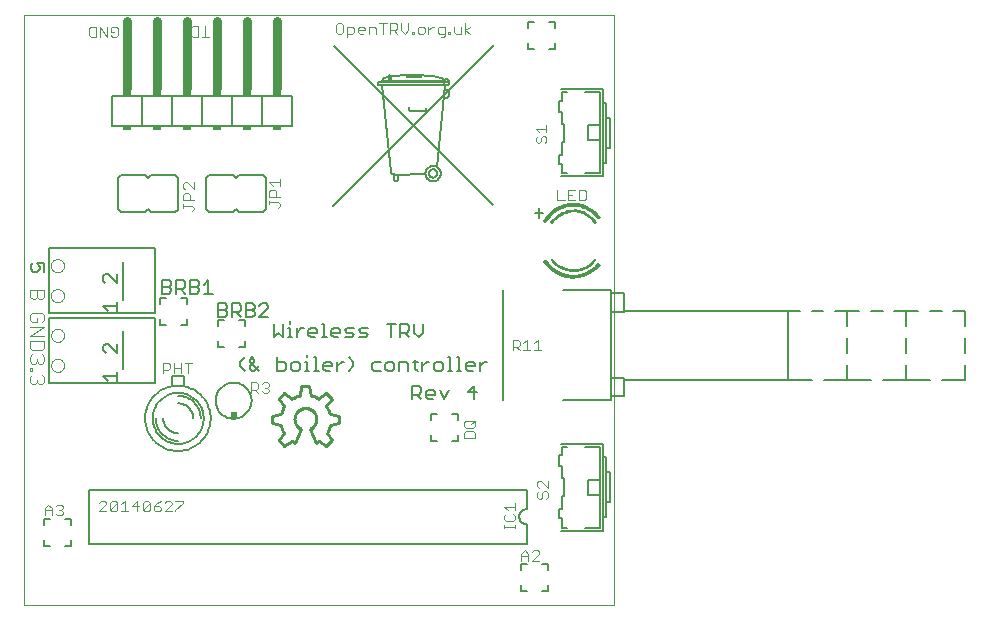
<source format=gto>
G75*
%MOIN*%
%OFA0B0*%
%FSLAX24Y24*%
%IPPOS*%
%LPD*%
%AMOC8*
5,1,8,0,0,1.08239X$1,22.5*
%
%ADD10C,0.0000*%
%ADD11C,0.0050*%
%ADD12C,0.0040*%
%ADD13C,0.0079*%
%ADD14C,0.0060*%
%ADD15C,0.0100*%
%ADD16C,0.0006*%
%ADD17C,0.0010*%
%ADD18C,0.0080*%
%ADD19C,0.0300*%
%ADD20R,0.0300X0.0200*%
%ADD21R,0.0300X0.0130*%
%ADD22R,0.0240X0.0230*%
D10*
X000350Y000350D02*
X000350Y020035D01*
X020035Y020035D01*
X020035Y000350D01*
X000350Y000350D01*
X001267Y008344D02*
X001269Y008373D01*
X001275Y008401D01*
X001284Y008429D01*
X001297Y008455D01*
X001314Y008478D01*
X001333Y008500D01*
X001355Y008519D01*
X001380Y008534D01*
X001406Y008547D01*
X001434Y008555D01*
X001462Y008560D01*
X001491Y008561D01*
X001520Y008558D01*
X001548Y008551D01*
X001575Y008541D01*
X001601Y008527D01*
X001624Y008510D01*
X001645Y008490D01*
X001663Y008467D01*
X001678Y008442D01*
X001689Y008415D01*
X001697Y008387D01*
X001701Y008358D01*
X001701Y008330D01*
X001697Y008301D01*
X001689Y008273D01*
X001678Y008246D01*
X001663Y008221D01*
X001645Y008198D01*
X001624Y008178D01*
X001601Y008161D01*
X001575Y008147D01*
X001548Y008137D01*
X001520Y008130D01*
X001491Y008127D01*
X001462Y008128D01*
X001434Y008133D01*
X001406Y008141D01*
X001380Y008154D01*
X001355Y008169D01*
X001333Y008188D01*
X001314Y008210D01*
X001297Y008233D01*
X001284Y008259D01*
X001275Y008287D01*
X001269Y008315D01*
X001267Y008344D01*
X001267Y009344D02*
X001269Y009373D01*
X001275Y009401D01*
X001284Y009429D01*
X001297Y009455D01*
X001314Y009478D01*
X001333Y009500D01*
X001355Y009519D01*
X001380Y009534D01*
X001406Y009547D01*
X001434Y009555D01*
X001462Y009560D01*
X001491Y009561D01*
X001520Y009558D01*
X001548Y009551D01*
X001575Y009541D01*
X001601Y009527D01*
X001624Y009510D01*
X001645Y009490D01*
X001663Y009467D01*
X001678Y009442D01*
X001689Y009415D01*
X001697Y009387D01*
X001701Y009358D01*
X001701Y009330D01*
X001697Y009301D01*
X001689Y009273D01*
X001678Y009246D01*
X001663Y009221D01*
X001645Y009198D01*
X001624Y009178D01*
X001601Y009161D01*
X001575Y009147D01*
X001548Y009137D01*
X001520Y009130D01*
X001491Y009127D01*
X001462Y009128D01*
X001434Y009133D01*
X001406Y009141D01*
X001380Y009154D01*
X001355Y009169D01*
X001333Y009188D01*
X001314Y009210D01*
X001297Y009233D01*
X001284Y009259D01*
X001275Y009287D01*
X001269Y009315D01*
X001267Y009344D01*
X001259Y010670D02*
X001261Y010699D01*
X001267Y010727D01*
X001276Y010755D01*
X001289Y010781D01*
X001306Y010804D01*
X001325Y010826D01*
X001347Y010845D01*
X001372Y010860D01*
X001398Y010873D01*
X001426Y010881D01*
X001454Y010886D01*
X001483Y010887D01*
X001512Y010884D01*
X001540Y010877D01*
X001567Y010867D01*
X001593Y010853D01*
X001616Y010836D01*
X001637Y010816D01*
X001655Y010793D01*
X001670Y010768D01*
X001681Y010741D01*
X001689Y010713D01*
X001693Y010684D01*
X001693Y010656D01*
X001689Y010627D01*
X001681Y010599D01*
X001670Y010572D01*
X001655Y010547D01*
X001637Y010524D01*
X001616Y010504D01*
X001593Y010487D01*
X001567Y010473D01*
X001540Y010463D01*
X001512Y010456D01*
X001483Y010453D01*
X001454Y010454D01*
X001426Y010459D01*
X001398Y010467D01*
X001372Y010480D01*
X001347Y010495D01*
X001325Y010514D01*
X001306Y010536D01*
X001289Y010559D01*
X001276Y010585D01*
X001267Y010613D01*
X001261Y010641D01*
X001259Y010670D01*
X001259Y011670D02*
X001261Y011699D01*
X001267Y011727D01*
X001276Y011755D01*
X001289Y011781D01*
X001306Y011804D01*
X001325Y011826D01*
X001347Y011845D01*
X001372Y011860D01*
X001398Y011873D01*
X001426Y011881D01*
X001454Y011886D01*
X001483Y011887D01*
X001512Y011884D01*
X001540Y011877D01*
X001567Y011867D01*
X001593Y011853D01*
X001616Y011836D01*
X001637Y011816D01*
X001655Y011793D01*
X001670Y011768D01*
X001681Y011741D01*
X001689Y011713D01*
X001693Y011684D01*
X001693Y011656D01*
X001689Y011627D01*
X001681Y011599D01*
X001670Y011572D01*
X001655Y011547D01*
X001637Y011524D01*
X001616Y011504D01*
X001593Y011487D01*
X001567Y011473D01*
X001540Y011463D01*
X001512Y011456D01*
X001483Y011453D01*
X001454Y011454D01*
X001426Y011459D01*
X001398Y011467D01*
X001372Y011480D01*
X001347Y011495D01*
X001325Y011514D01*
X001306Y011536D01*
X001289Y011559D01*
X001276Y011585D01*
X001267Y011613D01*
X001261Y011641D01*
X001259Y011670D01*
D11*
X001034Y011773D02*
X001034Y011473D01*
X000884Y011548D02*
X000809Y011473D01*
X000659Y011473D01*
X000584Y011548D01*
X000584Y011698D01*
X000659Y011773D01*
X000809Y011773D02*
X000884Y011623D01*
X000884Y011548D01*
X000809Y011773D02*
X001034Y011773D01*
X003001Y011321D02*
X003001Y011170D01*
X003076Y011095D01*
X003001Y011321D02*
X003076Y011396D01*
X003151Y011396D01*
X003451Y011095D01*
X003451Y011396D01*
X003451Y010461D02*
X003451Y010161D01*
X003451Y010311D02*
X003001Y010311D01*
X003151Y010161D01*
X003159Y009069D02*
X003084Y009069D01*
X003009Y008994D01*
X003009Y008844D01*
X003084Y008769D01*
X003159Y009069D02*
X003459Y008769D01*
X003459Y009069D01*
X003459Y008135D02*
X003459Y007835D01*
X003459Y007985D02*
X003009Y007985D01*
X003159Y007835D01*
X006833Y009965D02*
X007058Y009965D01*
X007133Y010040D01*
X007133Y010115D01*
X007058Y010190D01*
X006833Y010190D01*
X007058Y010190D02*
X007133Y010265D01*
X007133Y010340D01*
X007058Y010415D01*
X006833Y010415D01*
X006833Y009965D01*
X007293Y009965D02*
X007293Y010415D01*
X007518Y010415D01*
X007593Y010340D01*
X007593Y010190D01*
X007518Y010115D01*
X007293Y010115D01*
X007443Y010115D02*
X007593Y009965D01*
X007754Y009965D02*
X007979Y009965D01*
X008054Y010040D01*
X008054Y010115D01*
X007979Y010190D01*
X007754Y010190D01*
X007979Y010190D02*
X008054Y010265D01*
X008054Y010340D01*
X007979Y010415D01*
X007754Y010415D01*
X007754Y009965D01*
X008214Y009965D02*
X008514Y010265D01*
X008514Y010340D01*
X008439Y010415D01*
X008289Y010415D01*
X008214Y010340D01*
X008214Y009965D02*
X008514Y009965D01*
X008689Y009739D02*
X008689Y009289D01*
X008839Y009439D01*
X008989Y009289D01*
X008989Y009739D01*
X009149Y009589D02*
X009224Y009589D01*
X009224Y009289D01*
X009149Y009289D02*
X009299Y009289D01*
X009456Y009289D02*
X009456Y009589D01*
X009456Y009439D02*
X009606Y009589D01*
X009681Y009589D01*
X009840Y009514D02*
X009915Y009589D01*
X010065Y009589D01*
X010140Y009514D01*
X010140Y009439D01*
X009840Y009439D01*
X009840Y009364D02*
X009840Y009514D01*
X009840Y009364D02*
X009915Y009289D01*
X010065Y009289D01*
X010300Y009289D02*
X010450Y009289D01*
X010375Y009289D02*
X010375Y009739D01*
X010300Y009739D01*
X010607Y009514D02*
X010682Y009589D01*
X010832Y009589D01*
X010907Y009514D01*
X010907Y009439D01*
X010607Y009439D01*
X010607Y009364D02*
X010607Y009514D01*
X010607Y009364D02*
X010682Y009289D01*
X010832Y009289D01*
X011067Y009289D02*
X011293Y009289D01*
X011368Y009364D01*
X011293Y009439D01*
X011143Y009439D01*
X011067Y009514D01*
X011143Y009589D01*
X011368Y009589D01*
X011528Y009514D02*
X011603Y009589D01*
X011828Y009589D01*
X011753Y009439D02*
X011603Y009439D01*
X011528Y009514D01*
X011528Y009289D02*
X011753Y009289D01*
X011828Y009364D01*
X011753Y009439D01*
X012449Y009739D02*
X012749Y009739D01*
X012599Y009739D02*
X012599Y009289D01*
X012909Y009289D02*
X012909Y009739D01*
X013134Y009739D01*
X013209Y009664D01*
X013209Y009514D01*
X013134Y009439D01*
X012909Y009439D01*
X013059Y009439D02*
X013209Y009289D01*
X013369Y009439D02*
X013520Y009289D01*
X013670Y009439D01*
X013670Y009739D01*
X013369Y009739D02*
X013369Y009439D01*
X014484Y008610D02*
X014559Y008610D01*
X014559Y008159D01*
X014484Y008159D02*
X014634Y008159D01*
X014790Y008159D02*
X014941Y008159D01*
X014866Y008159D02*
X014866Y008610D01*
X014790Y008610D01*
X015097Y008385D02*
X015172Y008460D01*
X015323Y008460D01*
X015398Y008385D01*
X015398Y008310D01*
X015097Y008310D01*
X015097Y008385D02*
X015097Y008234D01*
X015172Y008159D01*
X015323Y008159D01*
X015558Y008159D02*
X015558Y008460D01*
X015708Y008460D02*
X015783Y008460D01*
X015708Y008460D02*
X015558Y008310D01*
X015374Y007669D02*
X015149Y007443D01*
X015449Y007443D01*
X015374Y007218D02*
X015374Y007669D01*
X014528Y007518D02*
X014378Y007218D01*
X014228Y007518D01*
X014068Y007443D02*
X014068Y007368D01*
X013767Y007368D01*
X013767Y007293D02*
X013767Y007443D01*
X013842Y007518D01*
X013993Y007518D01*
X014068Y007443D01*
X013993Y007218D02*
X013842Y007218D01*
X013767Y007293D01*
X013607Y007218D02*
X013457Y007368D01*
X013532Y007368D02*
X013307Y007368D01*
X013307Y007218D02*
X013307Y007669D01*
X013532Y007669D01*
X013607Y007594D01*
X013607Y007443D01*
X013532Y007368D01*
X013483Y008159D02*
X013408Y008234D01*
X013408Y008535D01*
X013333Y008460D02*
X013483Y008460D01*
X013639Y008460D02*
X013639Y008159D01*
X013639Y008310D02*
X013790Y008460D01*
X013865Y008460D01*
X014023Y008385D02*
X014023Y008234D01*
X014098Y008159D01*
X014248Y008159D01*
X014323Y008234D01*
X014323Y008385D01*
X014248Y008460D01*
X014098Y008460D01*
X014023Y008385D01*
X013172Y008385D02*
X013172Y008159D01*
X013172Y008385D02*
X013097Y008460D01*
X012872Y008460D01*
X012872Y008159D01*
X012712Y008234D02*
X012712Y008385D01*
X012637Y008460D01*
X012487Y008460D01*
X012412Y008385D01*
X012412Y008234D01*
X012487Y008159D01*
X012637Y008159D01*
X012712Y008234D01*
X012252Y008159D02*
X012026Y008159D01*
X011951Y008234D01*
X011951Y008385D01*
X012026Y008460D01*
X012252Y008460D01*
X011334Y008460D02*
X011334Y008310D01*
X011184Y008159D01*
X011334Y008460D02*
X011184Y008610D01*
X011026Y008460D02*
X010951Y008460D01*
X010800Y008310D01*
X010800Y008460D02*
X010800Y008159D01*
X010640Y008310D02*
X010340Y008310D01*
X010340Y008385D02*
X010340Y008234D01*
X010415Y008159D01*
X010565Y008159D01*
X010640Y008310D02*
X010640Y008385D01*
X010565Y008460D01*
X010415Y008460D01*
X010340Y008385D01*
X010183Y008159D02*
X010033Y008159D01*
X010108Y008159D02*
X010108Y008610D01*
X010033Y008610D01*
X009801Y008610D02*
X009801Y008685D01*
X009801Y008460D02*
X009726Y008460D01*
X009801Y008460D02*
X009801Y008159D01*
X009726Y008159D02*
X009876Y008159D01*
X009566Y008234D02*
X009566Y008385D01*
X009491Y008460D01*
X009341Y008460D01*
X009266Y008385D01*
X009266Y008234D01*
X009341Y008159D01*
X009491Y008159D01*
X009566Y008234D01*
X009106Y008234D02*
X009106Y008385D01*
X009031Y008460D01*
X008805Y008460D01*
X008805Y008610D02*
X008805Y008159D01*
X009031Y008159D01*
X009106Y008234D01*
X008185Y008159D02*
X007885Y008460D01*
X007885Y008535D01*
X007960Y008610D01*
X008035Y008535D01*
X008035Y008460D01*
X007885Y008310D01*
X007885Y008234D01*
X007960Y008159D01*
X008035Y008159D01*
X008185Y008310D01*
X007728Y008159D02*
X007578Y008310D01*
X007578Y008460D01*
X007728Y008610D01*
X009224Y009739D02*
X009224Y009814D01*
X006655Y010735D02*
X006355Y010735D01*
X006505Y010735D02*
X006505Y011185D01*
X006355Y011035D01*
X006195Y011035D02*
X006119Y010960D01*
X005894Y010960D01*
X005734Y010960D02*
X005659Y010885D01*
X005434Y010885D01*
X005584Y010885D02*
X005734Y010735D01*
X005894Y010735D02*
X006119Y010735D01*
X006195Y010810D01*
X006195Y010885D01*
X006119Y010960D01*
X006195Y011035D02*
X006195Y011110D01*
X006119Y011185D01*
X005894Y011185D01*
X005894Y010735D01*
X005734Y010960D02*
X005734Y011110D01*
X005659Y011185D01*
X005434Y011185D01*
X005434Y010735D01*
X005274Y010810D02*
X005199Y010735D01*
X004974Y010735D01*
X004974Y011185D01*
X005199Y011185D01*
X005274Y011110D01*
X005274Y011035D01*
X005199Y010960D01*
X004974Y010960D01*
X005199Y010960D02*
X005274Y010885D01*
X005274Y010810D01*
X017387Y013432D02*
X017677Y013432D01*
X017527Y013582D02*
X017527Y013272D01*
D12*
X018145Y013846D02*
X018381Y013846D01*
X018507Y013846D02*
X018743Y013846D01*
X018870Y013846D02*
X019047Y013846D01*
X019106Y013905D01*
X019106Y014141D01*
X019047Y014200D01*
X018870Y014200D01*
X018870Y013846D01*
X018625Y014023D02*
X018507Y014023D01*
X018507Y014200D02*
X018507Y013846D01*
X018145Y013846D02*
X018145Y014200D01*
X018507Y014200D02*
X018743Y014200D01*
X017721Y015759D02*
X017780Y015818D01*
X017780Y015936D01*
X017721Y015995D01*
X017662Y015995D01*
X017603Y015936D01*
X017603Y015818D01*
X017544Y015759D01*
X017485Y015759D01*
X017426Y015818D01*
X017426Y015936D01*
X017485Y015995D01*
X017544Y016121D02*
X017426Y016239D01*
X017780Y016239D01*
X017780Y016121D02*
X017780Y016357D01*
X014384Y019339D02*
X014384Y019634D01*
X014207Y019634D01*
X014148Y019575D01*
X014148Y019457D01*
X014207Y019398D01*
X014384Y019398D01*
X014384Y019339D02*
X014325Y019280D01*
X014266Y019280D01*
X014510Y019398D02*
X014569Y019398D01*
X014569Y019457D01*
X014510Y019457D01*
X014510Y019398D01*
X014691Y019457D02*
X014691Y019634D01*
X014691Y019457D02*
X014750Y019398D01*
X014927Y019398D01*
X014927Y019634D01*
X015054Y019752D02*
X015054Y019398D01*
X015054Y019516D02*
X015231Y019634D01*
X015054Y019516D02*
X015231Y019398D01*
X014023Y019634D02*
X013964Y019634D01*
X013846Y019516D01*
X013846Y019398D02*
X013846Y019634D01*
X013719Y019575D02*
X013660Y019634D01*
X013542Y019634D01*
X013483Y019575D01*
X013483Y019457D01*
X013542Y019398D01*
X013660Y019398D01*
X013719Y019457D01*
X013719Y019575D01*
X013361Y019457D02*
X013361Y019398D01*
X013302Y019398D01*
X013302Y019457D01*
X013361Y019457D01*
X013175Y019516D02*
X013175Y019752D01*
X012939Y019752D02*
X012939Y019516D01*
X013057Y019398D01*
X013175Y019516D01*
X012813Y019575D02*
X012754Y019516D01*
X012577Y019516D01*
X012695Y019516D02*
X012813Y019398D01*
X012813Y019575D02*
X012813Y019693D01*
X012754Y019752D01*
X012577Y019752D01*
X012577Y019398D01*
X012332Y019398D02*
X012332Y019752D01*
X012214Y019752D02*
X012450Y019752D01*
X012088Y019575D02*
X012088Y019398D01*
X012088Y019575D02*
X012029Y019634D01*
X011852Y019634D01*
X011852Y019398D01*
X011725Y019516D02*
X011489Y019516D01*
X011489Y019457D02*
X011489Y019575D01*
X011548Y019634D01*
X011666Y019634D01*
X011725Y019575D01*
X011725Y019516D01*
X011666Y019398D02*
X011548Y019398D01*
X011489Y019457D01*
X011363Y019457D02*
X011304Y019398D01*
X011127Y019398D01*
X011127Y019280D02*
X011127Y019634D01*
X011304Y019634D01*
X011363Y019575D01*
X011363Y019457D01*
X011000Y019457D02*
X011000Y019693D01*
X010941Y019752D01*
X010823Y019752D01*
X010764Y019693D01*
X010764Y019457D01*
X010823Y019398D01*
X010941Y019398D01*
X011000Y019457D01*
X006895Y019482D02*
X006777Y019482D01*
X006895Y019305D02*
X006659Y019305D01*
X006532Y019305D02*
X006296Y019305D01*
X006414Y019305D02*
X006414Y019659D01*
X006170Y019659D02*
X005993Y019659D01*
X005934Y019600D01*
X005934Y019364D01*
X005993Y019305D01*
X006170Y019305D01*
X006170Y019659D01*
X005807Y019659D02*
X005689Y019659D01*
X005748Y019659D02*
X005748Y019305D01*
X005807Y019305D02*
X005689Y019305D01*
X006895Y019305D02*
X006895Y019659D01*
X003490Y019578D02*
X003490Y019342D01*
X003431Y019283D01*
X003313Y019283D01*
X003254Y019342D01*
X003254Y019460D02*
X003372Y019460D01*
X003254Y019460D02*
X003254Y019578D01*
X003313Y019637D01*
X003431Y019637D01*
X003490Y019578D01*
X003127Y019637D02*
X003127Y019283D01*
X002891Y019637D01*
X002891Y019283D01*
X002765Y019283D02*
X002588Y019283D01*
X002529Y019342D01*
X002529Y019578D01*
X002588Y019637D01*
X002765Y019637D01*
X002765Y019283D01*
X008898Y014564D02*
X008898Y014328D01*
X008898Y014446D02*
X008544Y014446D01*
X008662Y014328D01*
X008603Y014202D02*
X008721Y014202D01*
X008780Y014143D01*
X008780Y013966D01*
X008898Y013966D02*
X008544Y013966D01*
X008544Y014143D01*
X008603Y014202D01*
X008544Y013839D02*
X008544Y013721D01*
X008544Y013780D02*
X008839Y013780D01*
X008898Y013721D01*
X008898Y013662D01*
X008839Y013603D01*
X006024Y013602D02*
X005965Y013661D01*
X005670Y013661D01*
X005670Y013602D02*
X005670Y013720D01*
X005670Y013847D02*
X005670Y014024D01*
X005729Y014083D01*
X005847Y014083D01*
X005906Y014024D01*
X005906Y013847D01*
X006024Y013847D02*
X005670Y013847D01*
X006024Y013602D02*
X006024Y013543D01*
X005965Y013484D01*
X006024Y014209D02*
X005788Y014445D01*
X005729Y014445D01*
X005670Y014386D01*
X005670Y014268D01*
X005729Y014209D01*
X006024Y014209D02*
X006024Y014445D01*
X001033Y010853D02*
X000572Y010853D01*
X000572Y010623D01*
X000649Y010546D01*
X000726Y010546D01*
X000803Y010623D01*
X000803Y010853D01*
X001033Y010853D02*
X001033Y010623D01*
X000956Y010546D01*
X000879Y010546D01*
X000803Y010623D01*
X000952Y010090D02*
X000645Y010090D01*
X000568Y010013D01*
X000568Y009860D01*
X000645Y009783D01*
X000798Y009783D01*
X000798Y009937D01*
X000952Y010090D02*
X001029Y010013D01*
X001029Y009860D01*
X000952Y009783D01*
X001029Y009630D02*
X000568Y009323D01*
X001029Y009323D01*
X001029Y009169D02*
X000568Y009169D01*
X000568Y008939D01*
X000645Y008862D01*
X000952Y008862D01*
X001029Y008939D01*
X001029Y009169D01*
X000948Y008711D02*
X001025Y008634D01*
X001025Y008480D01*
X000948Y008404D01*
X000872Y008404D01*
X000795Y008480D01*
X000718Y008404D01*
X000641Y008404D01*
X000565Y008480D01*
X000565Y008634D01*
X000641Y008711D01*
X000795Y008557D02*
X000795Y008480D01*
X000641Y008250D02*
X000641Y008173D01*
X000565Y008173D01*
X000565Y008250D01*
X000641Y008250D01*
X000641Y008020D02*
X000565Y007943D01*
X000565Y007790D01*
X000641Y007713D01*
X000718Y007713D01*
X000795Y007790D01*
X000795Y007867D01*
X000795Y007790D02*
X000872Y007713D01*
X000948Y007713D01*
X001025Y007790D01*
X001025Y007943D01*
X000948Y008020D01*
X001029Y009630D02*
X000568Y009630D01*
X004996Y008437D02*
X004996Y008083D01*
X004996Y008201D02*
X005173Y008201D01*
X005232Y008260D01*
X005232Y008378D01*
X005173Y008437D01*
X004996Y008437D01*
X005359Y008437D02*
X005359Y008083D01*
X005359Y008260D02*
X005595Y008260D01*
X005595Y008437D02*
X005595Y008083D01*
X005839Y008083D02*
X005839Y008437D01*
X005721Y008437D02*
X005957Y008437D01*
X007932Y007776D02*
X007932Y007422D01*
X007932Y007540D02*
X008109Y007540D01*
X008168Y007599D01*
X008168Y007717D01*
X008109Y007776D01*
X007932Y007776D01*
X008294Y007717D02*
X008353Y007776D01*
X008471Y007776D01*
X008530Y007717D01*
X008530Y007658D01*
X008471Y007599D01*
X008530Y007540D01*
X008530Y007481D01*
X008471Y007422D01*
X008353Y007422D01*
X008294Y007481D01*
X008168Y007422D02*
X008050Y007540D01*
X008412Y007599D02*
X008471Y007599D01*
X015039Y006448D02*
X015098Y006507D01*
X015334Y006507D01*
X015393Y006448D01*
X015393Y006330D01*
X015334Y006271D01*
X015098Y006271D01*
X015039Y006330D01*
X015039Y006448D01*
X015275Y006389D02*
X015393Y006507D01*
X015334Y006145D02*
X015098Y006145D01*
X015039Y006086D01*
X015039Y005909D01*
X015393Y005909D01*
X015393Y006086D01*
X015334Y006145D01*
X017463Y004445D02*
X017522Y004504D01*
X017581Y004504D01*
X017817Y004268D01*
X017817Y004504D01*
X017463Y004445D02*
X017463Y004327D01*
X017522Y004268D01*
X017522Y004141D02*
X017463Y004082D01*
X017463Y003964D01*
X017522Y003905D01*
X017581Y003905D01*
X017640Y003964D01*
X017640Y004082D01*
X017699Y004141D01*
X017758Y004141D01*
X017817Y004082D01*
X017817Y003964D01*
X017758Y003905D01*
X016729Y003752D02*
X016729Y003516D01*
X016729Y003634D02*
X016375Y003634D01*
X016493Y003516D01*
X016434Y003389D02*
X016375Y003330D01*
X016375Y003212D01*
X016434Y003153D01*
X016670Y003153D01*
X016729Y003212D01*
X016729Y003330D01*
X016670Y003389D01*
X016729Y003030D02*
X016729Y002912D01*
X016729Y002971D02*
X016375Y002971D01*
X016375Y002912D02*
X016375Y003030D01*
X017059Y002182D02*
X016941Y002064D01*
X016941Y001828D01*
X016941Y002005D02*
X017177Y002005D01*
X017177Y002064D02*
X017177Y001828D01*
X017304Y001828D02*
X017540Y002064D01*
X017540Y002123D01*
X017481Y002182D01*
X017363Y002182D01*
X017304Y002123D01*
X017177Y002064D02*
X017059Y002182D01*
X017304Y001828D02*
X017540Y001828D01*
X005649Y003773D02*
X005413Y003537D01*
X005413Y003478D01*
X005287Y003478D02*
X005051Y003478D01*
X005287Y003714D01*
X005287Y003773D01*
X005228Y003832D01*
X005110Y003832D01*
X005051Y003773D01*
X004924Y003832D02*
X004806Y003773D01*
X004688Y003655D01*
X004865Y003655D01*
X004924Y003596D01*
X004924Y003537D01*
X004865Y003478D01*
X004747Y003478D01*
X004688Y003537D01*
X004688Y003655D01*
X004562Y003773D02*
X004562Y003537D01*
X004503Y003478D01*
X004385Y003478D01*
X004326Y003537D01*
X004562Y003773D01*
X004503Y003832D01*
X004385Y003832D01*
X004326Y003773D01*
X004326Y003537D01*
X004199Y003655D02*
X003963Y003655D01*
X004140Y003832D01*
X004140Y003478D01*
X003837Y003478D02*
X003601Y003478D01*
X003719Y003478D02*
X003719Y003832D01*
X003601Y003714D01*
X003474Y003773D02*
X003238Y003537D01*
X003297Y003478D01*
X003415Y003478D01*
X003474Y003537D01*
X003474Y003773D01*
X003415Y003832D01*
X003297Y003832D01*
X003238Y003773D01*
X003238Y003537D01*
X003112Y003478D02*
X002876Y003478D01*
X003112Y003714D01*
X003112Y003773D01*
X003053Y003832D01*
X002935Y003832D01*
X002876Y003773D01*
X001655Y003642D02*
X001655Y003583D01*
X001596Y003524D01*
X001655Y003465D01*
X001655Y003406D01*
X001596Y003347D01*
X001478Y003347D01*
X001419Y003406D01*
X001292Y003347D02*
X001292Y003583D01*
X001174Y003701D01*
X001056Y003583D01*
X001056Y003347D01*
X001056Y003524D02*
X001292Y003524D01*
X001419Y003642D02*
X001478Y003701D01*
X001596Y003701D01*
X001655Y003642D01*
X001596Y003524D02*
X001537Y003524D01*
X005413Y003832D02*
X005649Y003832D01*
X005649Y003773D01*
X016648Y008844D02*
X016648Y009198D01*
X016825Y009198D01*
X016884Y009139D01*
X016884Y009021D01*
X016825Y008962D01*
X016648Y008962D01*
X016766Y008962D02*
X016884Y008844D01*
X017010Y008844D02*
X017246Y008844D01*
X017128Y008844D02*
X017128Y009198D01*
X017010Y009080D01*
X017373Y009080D02*
X017491Y009198D01*
X017491Y008844D01*
X017373Y008844D02*
X017609Y008844D01*
D13*
X016013Y013689D02*
X010698Y019004D01*
X012529Y018001D02*
X012532Y018009D01*
X012537Y018017D01*
X012545Y018021D01*
X012554Y018023D01*
X012563Y018021D01*
X012571Y018017D01*
X012576Y018009D01*
X012579Y018001D01*
X012529Y017941D02*
X012539Y017843D01*
X012362Y017922D02*
X012347Y017913D01*
X012335Y017902D01*
X012324Y017889D01*
X012317Y017874D01*
X012312Y017857D01*
X012311Y017840D01*
X012313Y017824D01*
X012322Y017823D02*
X014360Y017823D01*
X014389Y017823D02*
X014391Y017836D01*
X014390Y017849D01*
X014386Y017862D01*
X014379Y017873D01*
X014369Y017882D01*
X014341Y017794D02*
X014343Y017813D01*
X014348Y017832D01*
X014358Y017848D01*
X014370Y017863D01*
X014385Y017875D01*
X014401Y017885D01*
X014420Y017890D01*
X014439Y017892D01*
X014458Y017890D01*
X014477Y017885D01*
X014493Y017875D01*
X014508Y017863D01*
X014520Y017848D01*
X014530Y017832D01*
X014535Y017813D01*
X014537Y017794D01*
X014535Y017775D01*
X014530Y017756D01*
X014520Y017740D01*
X014508Y017725D01*
X014493Y017713D01*
X014477Y017703D01*
X014458Y017698D01*
X014439Y017696D01*
X014420Y017698D01*
X014401Y017703D01*
X014385Y017713D01*
X014370Y017725D01*
X014358Y017740D01*
X014348Y017756D01*
X014343Y017775D01*
X014341Y017794D01*
X014458Y017695D02*
X014475Y017697D01*
X014492Y017702D01*
X014507Y017710D01*
X014521Y017721D01*
X014532Y017735D01*
X014540Y017750D01*
X014545Y017767D01*
X014547Y017784D01*
X014547Y017794D01*
X012204Y017794D01*
X012194Y017794D01*
X012185Y017794D01*
X012194Y017794D02*
X012204Y017794D01*
X012185Y017794D02*
X012176Y017793D01*
X012167Y017788D01*
X012161Y017782D01*
X012156Y017773D01*
X012155Y017764D01*
X012155Y017745D01*
X012155Y017715D01*
X012157Y017707D01*
X012161Y017701D01*
X012167Y017697D01*
X012175Y017695D01*
X012332Y017695D01*
X013179Y017695D01*
X013986Y017695D01*
X014458Y017695D01*
X014399Y017685D02*
X014124Y014969D01*
X013858Y014743D02*
X013860Y014766D01*
X013866Y014789D01*
X013876Y014810D01*
X013889Y014830D01*
X013905Y014847D01*
X013924Y014861D01*
X013945Y014871D01*
X013967Y014878D01*
X013990Y014881D01*
X014014Y014880D01*
X014036Y014875D01*
X014058Y014866D01*
X014078Y014854D01*
X014096Y014838D01*
X014110Y014820D01*
X014122Y014800D01*
X014130Y014778D01*
X014134Y014755D01*
X014134Y014731D01*
X014130Y014708D01*
X014122Y014686D01*
X014110Y014666D01*
X014096Y014648D01*
X014078Y014632D01*
X014058Y014620D01*
X014036Y014611D01*
X014014Y014606D01*
X013990Y014605D01*
X013967Y014608D01*
X013945Y014615D01*
X013924Y014625D01*
X013905Y014639D01*
X013889Y014656D01*
X013876Y014676D01*
X013866Y014697D01*
X013860Y014720D01*
X013858Y014743D01*
X013730Y014713D02*
X012736Y014703D01*
X012706Y014684D02*
X012706Y014556D01*
X012707Y014543D01*
X012712Y014530D01*
X012719Y014519D01*
X012728Y014510D01*
X012739Y014503D01*
X012752Y014498D01*
X012765Y014497D01*
X012785Y014497D01*
X012798Y014499D01*
X012810Y014504D01*
X012820Y014511D01*
X012827Y014522D01*
X012832Y014533D01*
X012834Y014546D01*
X012834Y014684D01*
X012676Y014712D02*
X012659Y014716D01*
X012644Y014722D01*
X012629Y014732D01*
X012617Y014744D01*
X012607Y014759D01*
X012601Y014774D01*
X012597Y014791D01*
X012598Y014792D02*
X012313Y017685D01*
X012362Y017921D02*
X012400Y017937D01*
X012440Y017950D01*
X012480Y017961D01*
X012528Y017941D02*
X012527Y017971D01*
X012528Y018001D01*
X013090Y018010D02*
X013139Y018010D01*
X013139Y018040D02*
X013139Y017961D01*
X013592Y017961D01*
X013592Y018040D01*
X013139Y018040D01*
X013602Y018010D02*
X013789Y018000D01*
X014311Y017912D02*
X014331Y017904D01*
X014351Y017894D01*
X014370Y017882D01*
X014399Y017519D02*
X014412Y017517D01*
X014426Y017517D01*
X014439Y017519D01*
X014438Y017518D02*
X014456Y017520D01*
X014473Y017518D01*
X014490Y017513D01*
X014506Y017505D01*
X014520Y017494D01*
X014531Y017480D01*
X014539Y017464D01*
X014544Y017448D01*
X014546Y017430D01*
X014547Y017430D02*
X014547Y017371D01*
X014546Y017371D02*
X014545Y017354D01*
X014540Y017337D01*
X014533Y017322D01*
X014523Y017308D01*
X014511Y017296D01*
X014497Y017286D01*
X014482Y017279D01*
X014465Y017274D01*
X014448Y017273D01*
X014448Y017272D02*
X014380Y017272D01*
X013750Y016937D02*
X013750Y016869D01*
X013749Y016869D02*
X013748Y016859D01*
X013744Y016850D01*
X013738Y016841D01*
X013730Y016835D01*
X013720Y016831D01*
X013710Y016830D01*
X013710Y016829D02*
X013248Y016829D01*
X013235Y016830D01*
X013222Y016835D01*
X013211Y016842D01*
X013202Y016851D01*
X013195Y016862D01*
X013190Y016875D01*
X013189Y016888D01*
X013189Y016918D01*
X013189Y016947D01*
X012598Y017981D02*
X012539Y017972D01*
X012480Y017961D01*
X012578Y018001D02*
X012582Y017952D01*
X012582Y017902D01*
X012578Y017853D01*
X014114Y017961D02*
X014180Y017947D01*
X014246Y017931D01*
X014311Y017912D01*
X016033Y019024D02*
X010679Y013670D01*
X012677Y014714D02*
X012707Y014710D01*
X012736Y014704D01*
X012598Y017980D02*
X012721Y017993D01*
X012843Y018003D01*
X012967Y018008D01*
X013090Y018010D01*
X013789Y018001D02*
X013871Y017995D01*
X013953Y017987D01*
X014034Y017975D01*
X014114Y017961D01*
X013740Y014743D02*
X013742Y014774D01*
X013748Y014805D01*
X013757Y014835D01*
X013770Y014864D01*
X013787Y014891D01*
X013807Y014915D01*
X013829Y014937D01*
X013855Y014956D01*
X013882Y014972D01*
X013911Y014984D01*
X013941Y014993D01*
X013972Y014998D01*
X014004Y014999D01*
X014035Y014996D01*
X014066Y014989D01*
X014096Y014979D01*
X014124Y014965D01*
X014150Y014947D01*
X014174Y014927D01*
X014195Y014903D01*
X014214Y014878D01*
X014229Y014850D01*
X014240Y014821D01*
X014248Y014790D01*
X014252Y014759D01*
X014252Y014727D01*
X014248Y014696D01*
X014240Y014665D01*
X014229Y014636D01*
X014214Y014608D01*
X014195Y014583D01*
X014174Y014559D01*
X014150Y014539D01*
X014124Y014521D01*
X014096Y014507D01*
X014066Y014497D01*
X014035Y014490D01*
X014004Y014487D01*
X013972Y014488D01*
X013941Y014493D01*
X013911Y014502D01*
X013882Y014514D01*
X013855Y014530D01*
X013829Y014549D01*
X013807Y014571D01*
X013787Y014595D01*
X013770Y014622D01*
X013757Y014651D01*
X013748Y014681D01*
X013742Y014712D01*
X013740Y014743D01*
D14*
X018189Y015056D02*
X018189Y015356D01*
X018289Y015356D01*
X018289Y015806D01*
X018366Y015807D01*
X018366Y016407D01*
X018289Y016406D01*
X018289Y016806D01*
X018189Y016806D01*
X018189Y017156D01*
X018289Y017156D01*
X018292Y017446D01*
X018463Y017448D01*
X018263Y017548D02*
X019663Y017548D01*
X019663Y017098D01*
X019663Y014648D01*
X018263Y014648D01*
X018287Y014746D02*
X018463Y014748D01*
X018287Y014746D02*
X018289Y015056D01*
X018189Y015056D01*
X019063Y014748D02*
X019563Y014748D01*
X019563Y015848D01*
X019563Y016348D01*
X019563Y017448D01*
X019063Y017448D01*
X019663Y017098D02*
X019763Y017098D01*
X019763Y016598D01*
X019913Y016598D01*
X019913Y015598D01*
X019763Y015598D01*
X019763Y016598D01*
X019563Y016348D02*
X019163Y016348D01*
X019163Y015848D01*
X019563Y015848D01*
X019763Y015598D02*
X019763Y015098D01*
X019663Y015098D01*
X018050Y018900D02*
X017850Y018900D01*
X018050Y018900D02*
X018050Y019100D01*
X017350Y018900D02*
X017150Y018900D01*
X017150Y019100D01*
X017150Y019600D02*
X017150Y019800D01*
X017350Y019800D01*
X017850Y019800D02*
X018050Y019800D01*
X018050Y019600D01*
X009304Y017339D02*
X009304Y016339D01*
X008304Y016339D01*
X008304Y017339D01*
X009304Y017339D01*
X008304Y017339D02*
X007304Y017339D01*
X006304Y017339D01*
X005304Y017339D01*
X004304Y017339D01*
X003304Y017339D01*
X003304Y016339D01*
X004304Y016339D01*
X005304Y016339D01*
X006304Y016339D01*
X007304Y016339D01*
X008304Y016339D01*
X007304Y016339D02*
X007304Y017339D01*
X006304Y017339D02*
X006304Y016339D01*
X005304Y016339D02*
X005304Y017339D01*
X004304Y017339D02*
X004304Y016339D01*
X004407Y014682D02*
X003607Y014682D01*
X003507Y014579D01*
X003509Y013558D01*
X003609Y013458D01*
X004409Y013458D01*
X004509Y013558D01*
X004609Y013458D01*
X005409Y013458D01*
X005504Y013539D01*
X005507Y014579D01*
X005407Y014682D01*
X004607Y014682D01*
X004507Y014579D01*
X004407Y014682D01*
X006433Y014594D02*
X006430Y013553D01*
X006530Y013451D01*
X007330Y013451D01*
X007430Y013553D01*
X007530Y013451D01*
X008330Y013451D01*
X008430Y013553D01*
X008428Y014575D01*
X008328Y014675D01*
X007528Y014675D01*
X007428Y014575D01*
X007328Y014675D01*
X006528Y014675D01*
X006433Y014594D01*
X004726Y012261D02*
X001186Y012261D01*
X001186Y010080D01*
X004726Y010080D01*
X004726Y012261D01*
X003657Y011806D02*
X003657Y010536D01*
X004734Y009934D02*
X001194Y009934D01*
X001194Y007753D01*
X004734Y007753D01*
X004734Y009934D01*
X004900Y009893D02*
X004900Y009693D01*
X005100Y009693D01*
X005600Y009693D02*
X005800Y009693D01*
X005800Y009893D01*
X005800Y010393D02*
X005800Y010593D01*
X005600Y010593D01*
X005100Y010593D02*
X004900Y010593D01*
X004900Y010393D01*
X003666Y009480D02*
X003666Y008210D01*
X005313Y007980D02*
X005313Y007650D01*
X005683Y007660D02*
X005683Y007980D01*
X005313Y007980D01*
X006830Y008972D02*
X007030Y008972D01*
X006830Y008972D02*
X006830Y009172D01*
X007530Y008972D02*
X007730Y008972D01*
X007730Y009172D01*
X007730Y009672D02*
X007730Y009872D01*
X007530Y009872D01*
X007030Y009872D02*
X006830Y009872D01*
X006830Y009672D01*
X006751Y007170D02*
X006753Y007219D01*
X006759Y007267D01*
X006769Y007315D01*
X006783Y007362D01*
X006800Y007408D01*
X006821Y007452D01*
X006846Y007494D01*
X006874Y007534D01*
X006906Y007572D01*
X006940Y007607D01*
X006977Y007639D01*
X007016Y007668D01*
X007058Y007694D01*
X007102Y007716D01*
X007147Y007734D01*
X007194Y007749D01*
X007241Y007760D01*
X007290Y007767D01*
X007339Y007770D01*
X007388Y007769D01*
X007436Y007764D01*
X007485Y007755D01*
X007532Y007742D01*
X007578Y007725D01*
X007622Y007705D01*
X007665Y007681D01*
X007706Y007654D01*
X007744Y007623D01*
X007780Y007590D01*
X007812Y007554D01*
X007842Y007515D01*
X007869Y007474D01*
X007892Y007430D01*
X007911Y007385D01*
X007927Y007339D01*
X007939Y007292D01*
X007947Y007243D01*
X007951Y007194D01*
X007951Y007146D01*
X007947Y007097D01*
X007939Y007048D01*
X007927Y007001D01*
X007911Y006955D01*
X007892Y006910D01*
X007869Y006866D01*
X007842Y006825D01*
X007812Y006786D01*
X007780Y006750D01*
X007744Y006717D01*
X007706Y006686D01*
X007665Y006659D01*
X007622Y006635D01*
X007578Y006615D01*
X007532Y006598D01*
X007485Y006585D01*
X007436Y006576D01*
X007388Y006571D01*
X007339Y006570D01*
X007290Y006573D01*
X007241Y006580D01*
X007194Y006591D01*
X007147Y006606D01*
X007102Y006624D01*
X007058Y006646D01*
X007016Y006672D01*
X006977Y006701D01*
X006940Y006733D01*
X006906Y006768D01*
X006874Y006806D01*
X006846Y006846D01*
X006821Y006888D01*
X006800Y006932D01*
X006783Y006978D01*
X006769Y007025D01*
X006759Y007073D01*
X006753Y007121D01*
X006751Y007170D01*
X004653Y006580D02*
X004655Y006638D01*
X004661Y006696D01*
X004671Y006753D01*
X004685Y006809D01*
X004702Y006865D01*
X004723Y006919D01*
X004748Y006971D01*
X004777Y007022D01*
X004809Y007070D01*
X004844Y007116D01*
X004882Y007160D01*
X004923Y007201D01*
X004967Y007239D01*
X005013Y007274D01*
X005061Y007306D01*
X005112Y007335D01*
X005164Y007360D01*
X005218Y007381D01*
X005274Y007398D01*
X005330Y007412D01*
X005387Y007422D01*
X005445Y007428D01*
X005503Y007430D01*
X005561Y007428D01*
X005619Y007422D01*
X005676Y007412D01*
X005732Y007398D01*
X005788Y007381D01*
X005842Y007360D01*
X005894Y007335D01*
X005945Y007306D01*
X005993Y007274D01*
X006039Y007239D01*
X006083Y007201D01*
X006124Y007160D01*
X006162Y007116D01*
X006197Y007070D01*
X006229Y007022D01*
X006258Y006971D01*
X006283Y006919D01*
X006304Y006865D01*
X006321Y006809D01*
X006335Y006753D01*
X006345Y006696D01*
X006351Y006638D01*
X006353Y006580D01*
X006351Y006522D01*
X006345Y006464D01*
X006335Y006407D01*
X006321Y006351D01*
X006304Y006295D01*
X006283Y006241D01*
X006258Y006189D01*
X006229Y006138D01*
X006197Y006090D01*
X006162Y006044D01*
X006124Y006000D01*
X006083Y005959D01*
X006039Y005921D01*
X005993Y005886D01*
X005945Y005854D01*
X005894Y005825D01*
X005842Y005800D01*
X005788Y005779D01*
X005732Y005762D01*
X005676Y005748D01*
X005619Y005738D01*
X005561Y005732D01*
X005503Y005730D01*
X005445Y005732D01*
X005387Y005738D01*
X005330Y005748D01*
X005274Y005762D01*
X005218Y005779D01*
X005164Y005800D01*
X005112Y005825D01*
X005061Y005854D01*
X005013Y005886D01*
X004967Y005921D01*
X004923Y005959D01*
X004882Y006000D01*
X004844Y006044D01*
X004809Y006090D01*
X004777Y006138D01*
X004748Y006189D01*
X004723Y006241D01*
X004702Y006295D01*
X004685Y006351D01*
X004671Y006407D01*
X004661Y006464D01*
X004655Y006522D01*
X004653Y006580D01*
X004403Y006580D02*
X004405Y006646D01*
X004411Y006711D01*
X004421Y006776D01*
X004435Y006841D01*
X004452Y006904D01*
X004474Y006967D01*
X004499Y007027D01*
X004528Y007087D01*
X004560Y007144D01*
X004596Y007199D01*
X004635Y007252D01*
X004677Y007303D01*
X004722Y007351D01*
X004770Y007396D01*
X004821Y007438D01*
X004874Y007477D01*
X004929Y007513D01*
X004986Y007545D01*
X005046Y007574D01*
X005106Y007599D01*
X005169Y007621D01*
X005232Y007638D01*
X005297Y007652D01*
X005362Y007662D01*
X005427Y007668D01*
X005493Y007670D01*
X005559Y007668D01*
X005624Y007662D01*
X005689Y007652D01*
X005754Y007638D01*
X005817Y007621D01*
X005880Y007599D01*
X005940Y007574D01*
X006000Y007545D01*
X006057Y007513D01*
X006112Y007477D01*
X006165Y007438D01*
X006216Y007396D01*
X006264Y007351D01*
X006309Y007303D01*
X006351Y007252D01*
X006390Y007199D01*
X006426Y007144D01*
X006458Y007087D01*
X006487Y007027D01*
X006512Y006967D01*
X006534Y006904D01*
X006551Y006841D01*
X006565Y006776D01*
X006575Y006711D01*
X006581Y006646D01*
X006583Y006580D01*
X006581Y006514D01*
X006575Y006449D01*
X006565Y006384D01*
X006551Y006319D01*
X006534Y006256D01*
X006512Y006193D01*
X006487Y006133D01*
X006458Y006073D01*
X006426Y006016D01*
X006390Y005961D01*
X006351Y005908D01*
X006309Y005857D01*
X006264Y005809D01*
X006216Y005764D01*
X006165Y005722D01*
X006112Y005683D01*
X006057Y005647D01*
X006000Y005615D01*
X005940Y005586D01*
X005880Y005561D01*
X005817Y005539D01*
X005754Y005522D01*
X005689Y005508D01*
X005624Y005498D01*
X005559Y005492D01*
X005493Y005490D01*
X005427Y005492D01*
X005362Y005498D01*
X005297Y005508D01*
X005232Y005522D01*
X005169Y005539D01*
X005106Y005561D01*
X005046Y005586D01*
X004986Y005615D01*
X004929Y005647D01*
X004874Y005683D01*
X004821Y005722D01*
X004770Y005764D01*
X004722Y005809D01*
X004677Y005857D01*
X004635Y005908D01*
X004596Y005961D01*
X004560Y006016D01*
X004528Y006073D01*
X004499Y006133D01*
X004474Y006193D01*
X004452Y006256D01*
X004435Y006319D01*
X004421Y006384D01*
X004411Y006449D01*
X004405Y006514D01*
X004403Y006580D01*
X004753Y006580D02*
X004755Y006526D01*
X004761Y006473D01*
X004770Y006421D01*
X004783Y006369D01*
X004800Y006318D01*
X004821Y006268D01*
X004845Y006221D01*
X004872Y006175D01*
X004903Y006131D01*
X004936Y006089D01*
X004973Y006050D01*
X005012Y006013D01*
X005054Y005980D01*
X005098Y005949D01*
X005144Y005922D01*
X005191Y005898D01*
X005241Y005877D01*
X005292Y005860D01*
X005344Y005847D01*
X005396Y005838D01*
X005449Y005832D01*
X005503Y005830D01*
X005503Y006080D02*
X005459Y006082D01*
X005416Y006088D01*
X005374Y006097D01*
X005332Y006110D01*
X005292Y006127D01*
X005253Y006147D01*
X005216Y006170D01*
X005182Y006197D01*
X005149Y006226D01*
X005120Y006259D01*
X005093Y006293D01*
X005070Y006330D01*
X005050Y006369D01*
X005033Y006409D01*
X005020Y006451D01*
X005011Y006493D01*
X005005Y006536D01*
X005003Y006580D01*
X005503Y007080D02*
X005547Y007078D01*
X005590Y007072D01*
X005632Y007063D01*
X005674Y007050D01*
X005714Y007033D01*
X005753Y007013D01*
X005790Y006990D01*
X005824Y006963D01*
X005857Y006934D01*
X005886Y006901D01*
X005913Y006867D01*
X005936Y006830D01*
X005956Y006791D01*
X005973Y006751D01*
X005986Y006709D01*
X005995Y006667D01*
X006001Y006624D01*
X006003Y006580D01*
X006253Y006580D02*
X006251Y006634D01*
X006245Y006687D01*
X006236Y006739D01*
X006223Y006791D01*
X006206Y006842D01*
X006185Y006892D01*
X006161Y006939D01*
X006134Y006985D01*
X006103Y007029D01*
X006070Y007071D01*
X006033Y007110D01*
X005994Y007147D01*
X005952Y007180D01*
X005908Y007211D01*
X005862Y007238D01*
X005815Y007262D01*
X005765Y007283D01*
X005714Y007300D01*
X005662Y007313D01*
X005610Y007322D01*
X005557Y007328D01*
X005503Y007330D01*
X002517Y004205D02*
X002517Y002405D01*
X017117Y002405D01*
X017117Y003055D01*
X017087Y003057D01*
X017057Y003062D01*
X017028Y003071D01*
X017001Y003084D01*
X016975Y003099D01*
X016951Y003118D01*
X016930Y003139D01*
X016911Y003163D01*
X016896Y003189D01*
X016883Y003216D01*
X016874Y003245D01*
X016869Y003275D01*
X016867Y003305D01*
X016869Y003335D01*
X016874Y003365D01*
X016883Y003394D01*
X016896Y003421D01*
X016911Y003447D01*
X016930Y003471D01*
X016951Y003492D01*
X016975Y003511D01*
X017001Y003526D01*
X017028Y003539D01*
X017057Y003548D01*
X017087Y003553D01*
X017117Y003555D01*
X017117Y004205D01*
X002517Y004205D01*
X001936Y003227D02*
X001736Y003227D01*
X001936Y003227D02*
X001936Y003027D01*
X001936Y002527D02*
X001936Y002327D01*
X001736Y002327D01*
X001236Y002327D02*
X001036Y002327D01*
X001036Y002527D01*
X001036Y003027D02*
X001036Y003227D01*
X001236Y003227D01*
X013930Y005819D02*
X014130Y005819D01*
X013930Y005819D02*
X013930Y006019D01*
X013930Y006519D02*
X013930Y006719D01*
X014130Y006719D01*
X014630Y006719D02*
X014830Y006719D01*
X014830Y006519D01*
X014830Y006019D02*
X014830Y005819D01*
X014630Y005819D01*
X018189Y005345D02*
X018189Y004995D01*
X018289Y004995D01*
X018289Y004595D01*
X018366Y004596D01*
X018366Y003996D01*
X018289Y003995D01*
X018289Y003545D01*
X018189Y003545D01*
X018189Y003245D01*
X018289Y003245D01*
X018287Y002935D01*
X018463Y002937D01*
X018263Y002837D02*
X019663Y002837D01*
X019663Y005287D01*
X019763Y005287D01*
X019763Y004787D01*
X019913Y004787D01*
X019913Y003787D01*
X019763Y003787D01*
X019763Y004787D01*
X019563Y004537D02*
X019563Y005637D01*
X019063Y005637D01*
X018463Y005637D02*
X018292Y005635D01*
X018289Y005345D01*
X018189Y005345D01*
X018263Y005737D02*
X019663Y005737D01*
X019663Y005287D01*
X019563Y004537D02*
X019163Y004537D01*
X019163Y004037D01*
X019563Y004037D01*
X019563Y004537D01*
X019563Y004037D02*
X019563Y002937D01*
X019063Y002937D01*
X019663Y003287D02*
X019763Y003287D01*
X019763Y003787D01*
X017821Y001708D02*
X017621Y001708D01*
X017821Y001708D02*
X017821Y001508D01*
X017121Y001708D02*
X016921Y001708D01*
X016921Y001508D01*
X016921Y001008D02*
X016921Y000808D01*
X017121Y000808D01*
X017621Y000808D02*
X017821Y000808D01*
X017821Y001008D01*
D15*
X010627Y005849D02*
X010437Y005659D01*
X010197Y005829D01*
X010097Y005769D01*
X009907Y006219D01*
X010458Y006089D02*
X010481Y006130D01*
X010502Y006173D01*
X010520Y006218D01*
X010535Y006263D01*
X010548Y006309D01*
X010558Y006356D01*
X010557Y006359D02*
X010857Y006409D01*
X010857Y006669D01*
X010557Y006729D01*
X010447Y006979D02*
X010627Y007239D01*
X010437Y007419D01*
X010177Y007239D01*
X009927Y007339D02*
X009877Y007659D01*
X009607Y007659D01*
X009557Y007339D01*
X009307Y007239D02*
X009047Y007419D01*
X008857Y007239D01*
X009037Y006979D01*
X008927Y006729D02*
X008627Y006669D01*
X008627Y006409D01*
X008927Y006359D01*
X009027Y006089D02*
X008867Y005849D01*
X009047Y005659D01*
X009287Y005829D01*
X009387Y005769D01*
X009587Y006219D01*
X009031Y006092D02*
X009003Y006142D01*
X008979Y006194D01*
X008958Y006247D01*
X008941Y006302D01*
X008928Y006358D01*
X009311Y007243D02*
X009356Y007268D01*
X009403Y007291D01*
X009451Y007310D01*
X009500Y007327D01*
X009550Y007340D01*
X009587Y006229D02*
X009554Y006247D01*
X009524Y006268D01*
X009495Y006292D01*
X009469Y006319D01*
X009447Y006348D01*
X009427Y006380D01*
X009410Y006413D01*
X009397Y006448D01*
X009388Y006484D01*
X009382Y006521D01*
X009380Y006558D01*
X009382Y006595D01*
X009387Y006632D01*
X009397Y006668D01*
X009409Y006703D01*
X009426Y006737D01*
X009445Y006768D01*
X009468Y006798D01*
X009494Y006825D01*
X009522Y006849D01*
X009553Y006870D01*
X009585Y006888D01*
X009619Y006903D01*
X009655Y006914D01*
X009691Y006922D01*
X009728Y006926D01*
X009766Y006926D01*
X009803Y006922D01*
X009839Y006914D01*
X009875Y006903D01*
X009909Y006888D01*
X009941Y006870D01*
X009972Y006849D01*
X010000Y006825D01*
X010026Y006798D01*
X010049Y006768D01*
X010068Y006737D01*
X010085Y006703D01*
X010097Y006668D01*
X010107Y006632D01*
X010112Y006595D01*
X010114Y006558D01*
X010112Y006521D01*
X010106Y006484D01*
X010097Y006448D01*
X010084Y006413D01*
X010067Y006380D01*
X010047Y006348D01*
X010025Y006319D01*
X009999Y006292D01*
X009970Y006268D01*
X009940Y006247D01*
X009907Y006229D01*
X010457Y006089D02*
X010627Y005849D01*
X010556Y006730D02*
X010541Y006782D01*
X010522Y006833D01*
X010500Y006883D01*
X010475Y006931D01*
X010446Y006978D01*
X010181Y007241D02*
X010134Y007268D01*
X010085Y007291D01*
X010035Y007311D01*
X009984Y007328D01*
X009932Y007342D01*
X009038Y006975D02*
X009011Y006928D01*
X008987Y006881D01*
X008966Y006832D01*
X008948Y006781D01*
X008934Y006730D01*
D16*
X018743Y011497D02*
X018740Y011551D01*
X018740Y011550D02*
X018796Y011556D01*
X018852Y011565D01*
X018906Y011578D01*
X018960Y011595D01*
X019013Y011615D01*
X019063Y011639D01*
X019113Y011667D01*
X019160Y011697D01*
X019205Y011731D01*
X019247Y011769D01*
X019287Y011808D01*
X019323Y011851D01*
X019357Y011896D01*
X019401Y011866D01*
X019402Y011865D01*
X019368Y011821D01*
X019332Y011778D01*
X019293Y011738D01*
X019252Y011701D01*
X019208Y011666D01*
X019162Y011634D01*
X019115Y011605D01*
X019065Y011580D01*
X019014Y011557D01*
X018962Y011538D01*
X018908Y011522D01*
X018854Y011510D01*
X018799Y011502D01*
X018743Y011497D01*
X018743Y011502D01*
X018798Y011507D01*
X018853Y011515D01*
X018907Y011527D01*
X018960Y011543D01*
X019012Y011562D01*
X019063Y011584D01*
X019112Y011610D01*
X019160Y011638D01*
X019205Y011670D01*
X019249Y011704D01*
X019290Y011742D01*
X019328Y011781D01*
X019364Y011824D01*
X019397Y011868D01*
X019393Y011871D01*
X019360Y011827D01*
X019325Y011785D01*
X019286Y011745D01*
X019245Y011708D01*
X019202Y011674D01*
X019157Y011642D01*
X019110Y011614D01*
X019061Y011589D01*
X019010Y011566D01*
X018959Y011548D01*
X018906Y011532D01*
X018852Y011520D01*
X018797Y011512D01*
X018743Y011506D01*
X018742Y011511D01*
X018797Y011516D01*
X018851Y011525D01*
X018904Y011537D01*
X018957Y011552D01*
X019009Y011571D01*
X019059Y011593D01*
X019107Y011618D01*
X019154Y011647D01*
X019199Y011678D01*
X019242Y011712D01*
X019283Y011749D01*
X019321Y011788D01*
X019356Y011830D01*
X019389Y011874D01*
X019385Y011877D01*
X019353Y011833D01*
X019317Y011792D01*
X019279Y011752D01*
X019239Y011716D01*
X019196Y011682D01*
X019152Y011651D01*
X019105Y011623D01*
X019057Y011598D01*
X019007Y011576D01*
X018955Y011557D01*
X018903Y011542D01*
X018850Y011530D01*
X018796Y011521D01*
X018742Y011516D01*
X018742Y011521D01*
X018796Y011526D01*
X018849Y011535D01*
X018902Y011547D01*
X018954Y011562D01*
X019005Y011580D01*
X019054Y011602D01*
X019102Y011627D01*
X019149Y011655D01*
X019193Y011686D01*
X019236Y011720D01*
X019276Y011756D01*
X019314Y011795D01*
X019349Y011836D01*
X019381Y011880D01*
X019377Y011882D01*
X019345Y011839D01*
X019310Y011798D01*
X019272Y011760D01*
X019232Y011723D01*
X019190Y011690D01*
X019146Y011659D01*
X019100Y011631D01*
X019052Y011607D01*
X019003Y011585D01*
X018952Y011567D01*
X018901Y011552D01*
X018848Y011540D01*
X018795Y011531D01*
X018741Y011526D01*
X018741Y011531D01*
X018794Y011536D01*
X018847Y011545D01*
X018899Y011556D01*
X018951Y011571D01*
X019001Y011590D01*
X019050Y011611D01*
X019098Y011636D01*
X019143Y011663D01*
X019187Y011694D01*
X019229Y011727D01*
X019269Y011763D01*
X019306Y011802D01*
X019341Y011842D01*
X019373Y011885D01*
X019369Y011888D01*
X019337Y011845D01*
X019302Y011805D01*
X019265Y011767D01*
X019226Y011731D01*
X019184Y011698D01*
X019141Y011668D01*
X019095Y011640D01*
X019048Y011616D01*
X018999Y011594D01*
X018949Y011576D01*
X018898Y011561D01*
X018846Y011550D01*
X018794Y011541D01*
X018741Y011536D01*
X018741Y011541D01*
X018797Y011547D01*
X018853Y011556D01*
X018909Y011569D01*
X018963Y011586D01*
X019016Y011607D01*
X019068Y011631D01*
X019117Y011659D01*
X019165Y011690D01*
X019210Y011725D01*
X019253Y011762D01*
X019293Y011802D01*
X019330Y011845D01*
X019365Y011891D01*
X019360Y011894D01*
X019327Y011849D01*
X019290Y011806D01*
X019250Y011766D01*
X019207Y011728D01*
X019162Y011694D01*
X019115Y011663D01*
X019065Y011636D01*
X019014Y011611D01*
X018961Y011591D01*
X018907Y011574D01*
X018852Y011561D01*
X018797Y011552D01*
X018740Y011546D01*
X018718Y013540D02*
X018719Y013486D01*
X018718Y013487D02*
X018659Y013485D01*
X018600Y013479D01*
X018541Y013469D01*
X018483Y013456D01*
X018426Y013439D01*
X018370Y013419D01*
X018316Y013395D01*
X018263Y013368D01*
X018211Y013338D01*
X018162Y013305D01*
X018115Y013269D01*
X018070Y013230D01*
X018028Y013188D01*
X017988Y013144D01*
X017951Y013098D01*
X017908Y013129D01*
X017908Y013130D01*
X017947Y013179D01*
X017989Y013225D01*
X018033Y013269D01*
X018081Y013311D01*
X018130Y013349D01*
X018183Y013384D01*
X018237Y013416D01*
X018293Y013444D01*
X018350Y013469D01*
X018409Y013490D01*
X018470Y013508D01*
X018531Y013522D01*
X018593Y013532D01*
X018655Y013538D01*
X018718Y013541D01*
X018718Y013536D01*
X018655Y013533D01*
X018593Y013527D01*
X018532Y013517D01*
X018471Y013503D01*
X018411Y013486D01*
X018352Y013464D01*
X018295Y013440D01*
X018239Y013411D01*
X018185Y013380D01*
X018133Y013345D01*
X018084Y013307D01*
X018037Y013266D01*
X017992Y013222D01*
X017950Y013176D01*
X017912Y013127D01*
X017916Y013124D01*
X017954Y013172D01*
X017996Y013219D01*
X018040Y013262D01*
X018087Y013303D01*
X018136Y013341D01*
X018188Y013375D01*
X018241Y013407D01*
X018297Y013435D01*
X018354Y013460D01*
X018412Y013481D01*
X018472Y013498D01*
X018533Y013512D01*
X018594Y013522D01*
X018656Y013528D01*
X018718Y013531D01*
X018718Y013526D01*
X018656Y013524D01*
X018595Y013517D01*
X018534Y013507D01*
X018473Y013494D01*
X018414Y013476D01*
X018356Y013455D01*
X018299Y013431D01*
X018244Y013403D01*
X018191Y013371D01*
X018139Y013337D01*
X018090Y013299D01*
X018043Y013258D01*
X017999Y013215D01*
X017958Y013169D01*
X017920Y013121D01*
X017924Y013118D01*
X017962Y013166D01*
X018003Y013212D01*
X018047Y013255D01*
X018093Y013295D01*
X018142Y013333D01*
X018193Y013367D01*
X018246Y013398D01*
X018301Y013426D01*
X018358Y013450D01*
X018415Y013471D01*
X018475Y013489D01*
X018535Y013502D01*
X018595Y013512D01*
X018656Y013519D01*
X018718Y013521D01*
X018718Y013516D01*
X018657Y013514D01*
X018596Y013507D01*
X018535Y013497D01*
X018476Y013484D01*
X018417Y013467D01*
X018359Y013446D01*
X018303Y013421D01*
X018249Y013394D01*
X018196Y013363D01*
X018145Y013329D01*
X018097Y013291D01*
X018050Y013251D01*
X018007Y013208D01*
X017966Y013163D01*
X017928Y013115D01*
X017932Y013112D01*
X017970Y013160D01*
X018010Y013205D01*
X018054Y013248D01*
X018100Y013287D01*
X018148Y013325D01*
X018199Y013359D01*
X018251Y013389D01*
X018305Y013417D01*
X018361Y013441D01*
X018419Y013462D01*
X018477Y013479D01*
X018536Y013493D01*
X018597Y013502D01*
X018657Y013509D01*
X018718Y013511D01*
X018718Y013506D01*
X018657Y013504D01*
X018597Y013497D01*
X018537Y013488D01*
X018478Y013474D01*
X018420Y013457D01*
X018363Y013436D01*
X018308Y013412D01*
X018253Y013385D01*
X018201Y013354D01*
X018151Y013320D01*
X018103Y013284D01*
X018057Y013244D01*
X018014Y013201D01*
X017973Y013156D01*
X017936Y013109D01*
X017940Y013106D01*
X017977Y013153D01*
X018017Y013198D01*
X018060Y013240D01*
X018106Y013280D01*
X018154Y013316D01*
X018204Y013350D01*
X018256Y013381D01*
X018310Y013408D01*
X018365Y013432D01*
X018422Y013452D01*
X018480Y013469D01*
X018538Y013483D01*
X018598Y013492D01*
X018658Y013499D01*
X018718Y013501D01*
X018718Y013496D01*
X018658Y013494D01*
X018598Y013488D01*
X018539Y013478D01*
X018481Y013464D01*
X018423Y013448D01*
X018367Y013427D01*
X018312Y013403D01*
X018258Y013376D01*
X018207Y013346D01*
X018157Y013312D01*
X018109Y013276D01*
X018064Y013237D01*
X018021Y013194D01*
X017981Y013150D01*
X017944Y013103D01*
X017948Y013100D01*
X017985Y013147D01*
X018025Y013191D01*
X018067Y013233D01*
X018112Y013272D01*
X018160Y013308D01*
X018209Y013342D01*
X018261Y013372D01*
X018314Y013399D01*
X018369Y013423D01*
X018425Y013443D01*
X018482Y013460D01*
X018540Y013473D01*
X018599Y013483D01*
X018659Y013489D01*
X018718Y013491D01*
X019417Y013116D02*
X019371Y013088D01*
X019371Y013089D02*
X019340Y013136D01*
X019306Y013181D01*
X019269Y013223D01*
X019229Y013263D01*
X019187Y013301D01*
X019142Y013335D01*
X019095Y013366D01*
X019046Y013394D01*
X018995Y013418D01*
X018942Y013440D01*
X018889Y013457D01*
X018834Y013471D01*
X018778Y013481D01*
X018722Y013487D01*
X018726Y013541D01*
X018782Y013535D01*
X018837Y013525D01*
X018892Y013512D01*
X018946Y013496D01*
X018998Y013476D01*
X019049Y013453D01*
X019099Y013426D01*
X019147Y013397D01*
X019192Y013365D01*
X019236Y013330D01*
X019278Y013292D01*
X019317Y013251D01*
X019353Y013209D01*
X019387Y013164D01*
X019417Y013117D01*
X019413Y013114D01*
X019383Y013161D01*
X019349Y013206D01*
X019313Y013248D01*
X019274Y013288D01*
X019233Y013326D01*
X019189Y013361D01*
X019144Y013393D01*
X019096Y013422D01*
X019047Y013448D01*
X018996Y013471D01*
X018944Y013491D01*
X018891Y013507D01*
X018836Y013520D01*
X018781Y013530D01*
X018726Y013536D01*
X018726Y013531D01*
X018781Y013525D01*
X018835Y013516D01*
X018889Y013503D01*
X018942Y013486D01*
X018994Y013467D01*
X019045Y013444D01*
X019094Y013418D01*
X019141Y013389D01*
X019186Y013357D01*
X019230Y013322D01*
X019271Y013285D01*
X019309Y013245D01*
X019345Y013202D01*
X019378Y013158D01*
X019409Y013112D01*
X019405Y013109D01*
X019374Y013155D01*
X019341Y013199D01*
X019306Y013241D01*
X019267Y013281D01*
X019226Y013318D01*
X019183Y013353D01*
X019138Y013384D01*
X019091Y013413D01*
X019043Y013439D01*
X018992Y013462D01*
X018941Y013481D01*
X018888Y013498D01*
X018834Y013511D01*
X018780Y013520D01*
X018725Y013526D01*
X018725Y013521D01*
X018783Y013515D01*
X018841Y013504D01*
X018898Y013490D01*
X018954Y013472D01*
X019008Y013450D01*
X019061Y013424D01*
X019112Y013395D01*
X019161Y013363D01*
X019208Y013327D01*
X019252Y013288D01*
X019294Y013247D01*
X019332Y013202D01*
X019368Y013155D01*
X019400Y013106D01*
X019396Y013104D01*
X019364Y013153D01*
X019329Y013199D01*
X019290Y013243D01*
X019249Y013285D01*
X019205Y013323D01*
X019159Y013358D01*
X019110Y013391D01*
X019059Y013420D01*
X019006Y013445D01*
X018952Y013467D01*
X018897Y013485D01*
X018840Y013499D01*
X018783Y013510D01*
X018724Y013516D01*
X018724Y013511D01*
X018782Y013505D01*
X018839Y013494D01*
X018895Y013480D01*
X018951Y013462D01*
X019004Y013440D01*
X019057Y013415D01*
X019107Y013386D01*
X019156Y013354D01*
X019202Y013319D01*
X019246Y013281D01*
X019287Y013240D01*
X019325Y013196D01*
X019360Y013150D01*
X019392Y013101D01*
X019387Y013099D01*
X019356Y013147D01*
X019321Y013193D01*
X019283Y013236D01*
X019242Y013277D01*
X019199Y013315D01*
X019153Y013350D01*
X019105Y013382D01*
X019054Y013411D01*
X019002Y013436D01*
X018949Y013457D01*
X018894Y013475D01*
X018838Y013489D01*
X018781Y013500D01*
X018724Y013506D01*
X018723Y013501D01*
X018780Y013495D01*
X018837Y013485D01*
X018893Y013471D01*
X018947Y013453D01*
X019000Y013431D01*
X019052Y013406D01*
X019102Y013378D01*
X019150Y013346D01*
X019195Y013311D01*
X019239Y013274D01*
X019279Y013233D01*
X019317Y013190D01*
X019352Y013144D01*
X019383Y013096D01*
X019379Y013093D01*
X019348Y013141D01*
X019313Y013187D01*
X019276Y013230D01*
X019235Y013270D01*
X019192Y013308D01*
X019147Y013342D01*
X019099Y013374D01*
X019050Y013402D01*
X018998Y013427D01*
X018945Y013448D01*
X018891Y013466D01*
X018836Y013480D01*
X018780Y013490D01*
X018723Y013496D01*
X018723Y013491D01*
X018779Y013485D01*
X018835Y013475D01*
X018890Y013461D01*
X018944Y013443D01*
X018996Y013422D01*
X019047Y013397D01*
X019097Y013369D01*
X019144Y013338D01*
X019189Y013304D01*
X019232Y013266D01*
X019272Y013226D01*
X019309Y013183D01*
X019343Y013138D01*
X019375Y013091D01*
X017916Y011864D02*
X017957Y011899D01*
X017957Y011898D02*
X017996Y011854D01*
X018038Y011813D01*
X018082Y011774D01*
X018128Y011738D01*
X018177Y011705D01*
X018227Y011674D01*
X018279Y011647D01*
X018333Y011623D01*
X018388Y011603D01*
X018444Y011585D01*
X018501Y011571D01*
X018559Y011561D01*
X018617Y011554D01*
X018676Y011550D01*
X018735Y011550D01*
X018736Y011497D01*
X018737Y011497D01*
X018675Y011496D01*
X018613Y011500D01*
X018551Y011507D01*
X018490Y011518D01*
X018430Y011533D01*
X018370Y011552D01*
X018312Y011573D01*
X018256Y011599D01*
X018201Y011627D01*
X018147Y011659D01*
X018096Y011694D01*
X018047Y011733D01*
X018001Y011774D01*
X017957Y011817D01*
X017915Y011864D01*
X017919Y011867D01*
X017960Y011821D01*
X018004Y011777D01*
X018050Y011736D01*
X018099Y011698D01*
X018150Y011664D01*
X018203Y011632D01*
X018258Y011603D01*
X018314Y011578D01*
X018372Y011556D01*
X018431Y011538D01*
X018491Y011523D01*
X018552Y011512D01*
X018613Y011505D01*
X018675Y011501D01*
X018737Y011502D01*
X018736Y011507D01*
X018675Y011506D01*
X018614Y011510D01*
X018553Y011517D01*
X018492Y011528D01*
X018432Y011543D01*
X018374Y011561D01*
X018316Y011583D01*
X018260Y011608D01*
X018206Y011636D01*
X018153Y011668D01*
X018102Y011702D01*
X018054Y011740D01*
X018007Y011781D01*
X017964Y011824D01*
X017923Y011870D01*
X017927Y011873D01*
X017968Y011828D01*
X018011Y011784D01*
X018057Y011744D01*
X018105Y011707D01*
X018156Y011672D01*
X018208Y011640D01*
X018262Y011612D01*
X018318Y011587D01*
X018375Y011566D01*
X018434Y011548D01*
X018493Y011533D01*
X018553Y011522D01*
X018614Y011515D01*
X018675Y011511D01*
X018736Y011512D01*
X018736Y011517D01*
X018675Y011516D01*
X018614Y011520D01*
X018554Y011527D01*
X018494Y011538D01*
X018435Y011552D01*
X018377Y011570D01*
X018320Y011592D01*
X018264Y011617D01*
X018210Y011645D01*
X018158Y011676D01*
X018108Y011711D01*
X018060Y011748D01*
X018014Y011788D01*
X017971Y011831D01*
X017931Y011876D01*
X017934Y011880D01*
X017975Y011834D01*
X018018Y011792D01*
X018063Y011752D01*
X018111Y011715D01*
X018161Y011680D01*
X018213Y011649D01*
X018267Y011621D01*
X018322Y011597D01*
X018378Y011575D01*
X018436Y011557D01*
X018495Y011543D01*
X018555Y011532D01*
X018615Y011525D01*
X018675Y011521D01*
X018736Y011522D01*
X018736Y011527D01*
X018675Y011526D01*
X018615Y011530D01*
X018555Y011537D01*
X018496Y011548D01*
X018438Y011562D01*
X018380Y011580D01*
X018324Y011601D01*
X018269Y011626D01*
X018215Y011654D01*
X018164Y011685D01*
X018114Y011719D01*
X018066Y011756D01*
X018021Y011795D01*
X017978Y011838D01*
X017938Y011883D01*
X017942Y011886D01*
X017982Y011841D01*
X018025Y011799D01*
X018070Y011759D01*
X018117Y011723D01*
X018166Y011689D01*
X018218Y011658D01*
X018271Y011630D01*
X018326Y011606D01*
X018382Y011585D01*
X018439Y011567D01*
X018497Y011553D01*
X018556Y011542D01*
X018616Y011535D01*
X018676Y011531D01*
X018735Y011531D01*
X018735Y011536D01*
X018676Y011536D01*
X018616Y011540D01*
X018557Y011547D01*
X018498Y011558D01*
X018440Y011572D01*
X018383Y011589D01*
X018328Y011610D01*
X018273Y011635D01*
X018220Y011662D01*
X018169Y011693D01*
X018120Y011727D01*
X018073Y011763D01*
X018028Y011803D01*
X017986Y011845D01*
X017946Y011889D01*
X017950Y011892D01*
X017989Y011848D01*
X018031Y011806D01*
X018076Y011767D01*
X018123Y011731D01*
X018172Y011697D01*
X018223Y011667D01*
X018275Y011639D01*
X018329Y011615D01*
X018385Y011594D01*
X018442Y011577D01*
X018499Y011563D01*
X018558Y011552D01*
X018617Y011545D01*
X018676Y011541D01*
X018735Y011541D01*
X018735Y011546D01*
X018676Y011546D01*
X018617Y011550D01*
X018558Y011557D01*
X018500Y011567D01*
X018443Y011581D01*
X018387Y011599D01*
X018331Y011620D01*
X018277Y011644D01*
X018225Y011671D01*
X018174Y011701D01*
X018126Y011735D01*
X018079Y011771D01*
X018035Y011810D01*
X017993Y011852D01*
X017954Y011896D01*
D17*
X017677Y011828D02*
X017754Y011874D01*
X017754Y011873D02*
X017789Y011819D01*
X017826Y011767D01*
X017867Y011718D01*
X017911Y011671D01*
X017958Y011627D01*
X018007Y011586D01*
X018059Y011548D01*
X018113Y011513D01*
X018169Y011482D01*
X018226Y011454D01*
X018286Y011430D01*
X018347Y011409D01*
X018408Y011392D01*
X018471Y011379D01*
X018535Y011370D01*
X018599Y011364D01*
X018663Y011363D01*
X018664Y011274D01*
X018664Y011273D01*
X018598Y011274D01*
X018533Y011279D01*
X018467Y011288D01*
X018403Y011301D01*
X018339Y011317D01*
X018276Y011337D01*
X018215Y011361D01*
X018155Y011388D01*
X018096Y011419D01*
X018040Y011452D01*
X017985Y011490D01*
X017933Y011530D01*
X017883Y011573D01*
X017836Y011619D01*
X017792Y011668D01*
X017750Y011719D01*
X017712Y011772D01*
X017676Y011828D01*
X017684Y011832D01*
X017719Y011777D01*
X017757Y011724D01*
X017799Y011673D01*
X017843Y011625D01*
X017890Y011580D01*
X017939Y011537D01*
X017991Y011497D01*
X018045Y011460D01*
X018101Y011426D01*
X018159Y011396D01*
X018218Y011369D01*
X018279Y011346D01*
X018341Y011326D01*
X018405Y011310D01*
X018469Y011297D01*
X018534Y011288D01*
X018599Y011283D01*
X018664Y011282D01*
X018664Y011291D01*
X018599Y011292D01*
X018534Y011297D01*
X018470Y011306D01*
X018407Y011318D01*
X018344Y011335D01*
X018282Y011354D01*
X018222Y011378D01*
X018163Y011404D01*
X018105Y011434D01*
X018050Y011468D01*
X017996Y011504D01*
X017945Y011544D01*
X017896Y011586D01*
X017849Y011631D01*
X017806Y011679D01*
X017765Y011730D01*
X017727Y011782D01*
X017692Y011837D01*
X017700Y011841D01*
X017734Y011787D01*
X017772Y011735D01*
X017812Y011685D01*
X017856Y011638D01*
X017902Y011593D01*
X017950Y011551D01*
X018001Y011511D01*
X018054Y011475D01*
X018110Y011442D01*
X018166Y011412D01*
X018225Y011386D01*
X018285Y011363D01*
X018346Y011343D01*
X018409Y011327D01*
X018472Y011315D01*
X018535Y011306D01*
X018599Y011301D01*
X018664Y011300D01*
X018664Y011309D01*
X018600Y011310D01*
X018536Y011315D01*
X018473Y011324D01*
X018411Y011336D01*
X018349Y011352D01*
X018288Y011371D01*
X018229Y011394D01*
X018170Y011420D01*
X018114Y011450D01*
X018059Y011483D01*
X018007Y011519D01*
X017956Y011558D01*
X017908Y011599D01*
X017862Y011644D01*
X017819Y011691D01*
X017779Y011740D01*
X017742Y011792D01*
X017707Y011846D01*
X017715Y011851D01*
X017749Y011797D01*
X017786Y011746D01*
X017826Y011697D01*
X017869Y011650D01*
X017914Y011606D01*
X017962Y011565D01*
X018012Y011526D01*
X018064Y011490D01*
X018118Y011458D01*
X018174Y011428D01*
X018232Y011402D01*
X018291Y011380D01*
X018351Y011361D01*
X018412Y011345D01*
X018475Y011333D01*
X018537Y011324D01*
X018600Y011319D01*
X018663Y011318D01*
X018663Y011327D01*
X018601Y011328D01*
X018538Y011333D01*
X018476Y011342D01*
X018414Y011354D01*
X018354Y011369D01*
X018294Y011388D01*
X018235Y011411D01*
X018178Y011437D01*
X018123Y011466D01*
X018069Y011498D01*
X018017Y011533D01*
X017967Y011572D01*
X017920Y011613D01*
X017875Y011656D01*
X017833Y011703D01*
X017793Y011751D01*
X017757Y011802D01*
X017723Y011855D01*
X017731Y011860D01*
X017764Y011807D01*
X017800Y011757D01*
X017840Y011709D01*
X017882Y011663D01*
X017926Y011619D01*
X017973Y011579D01*
X018022Y011541D01*
X018074Y011506D01*
X018127Y011474D01*
X018182Y011445D01*
X018239Y011419D01*
X018297Y011397D01*
X018356Y011378D01*
X018416Y011362D01*
X018477Y011350D01*
X018539Y011342D01*
X018601Y011337D01*
X018663Y011336D01*
X018663Y011345D01*
X018601Y011346D01*
X018540Y011351D01*
X018479Y011359D01*
X018418Y011371D01*
X018359Y011386D01*
X018300Y011405D01*
X018242Y011427D01*
X018186Y011453D01*
X018132Y011481D01*
X018079Y011513D01*
X018028Y011548D01*
X017979Y011585D01*
X017932Y011626D01*
X017888Y011669D01*
X017847Y011714D01*
X017808Y011762D01*
X017772Y011812D01*
X017738Y011864D01*
X017746Y011869D01*
X017779Y011817D01*
X017815Y011768D01*
X017853Y011720D01*
X017895Y011675D01*
X017938Y011632D01*
X017985Y011592D01*
X018033Y011555D01*
X018084Y011521D01*
X018136Y011489D01*
X018190Y011461D01*
X018246Y011436D01*
X018303Y011414D01*
X018361Y011395D01*
X018420Y011380D01*
X018480Y011368D01*
X018541Y011360D01*
X018602Y011355D01*
X018663Y011354D01*
X018675Y011274D02*
X018673Y011364D01*
X018673Y011363D02*
X018735Y011367D01*
X018796Y011374D01*
X018857Y011384D01*
X018917Y011398D01*
X018977Y011416D01*
X019035Y011436D01*
X019092Y011460D01*
X019147Y011488D01*
X019201Y011518D01*
X019253Y011551D01*
X019303Y011588D01*
X019351Y011627D01*
X019396Y011669D01*
X019439Y011713D01*
X019480Y011760D01*
X019549Y011704D01*
X019550Y011703D01*
X019506Y011652D01*
X019459Y011604D01*
X019410Y011559D01*
X019358Y011517D01*
X019304Y011477D01*
X019248Y011441D01*
X019189Y011408D01*
X019129Y011378D01*
X019067Y011352D01*
X019004Y011330D01*
X018940Y011311D01*
X018875Y011296D01*
X018809Y011285D01*
X018742Y011277D01*
X018675Y011273D01*
X018675Y011282D01*
X018741Y011286D01*
X018807Y011294D01*
X018873Y011305D01*
X018938Y011320D01*
X019001Y011338D01*
X019064Y011361D01*
X019125Y011387D01*
X019185Y011416D01*
X019243Y011449D01*
X019299Y011485D01*
X019353Y011524D01*
X019404Y011566D01*
X019453Y011611D01*
X019499Y011658D01*
X019543Y011709D01*
X019536Y011714D01*
X019493Y011665D01*
X019447Y011617D01*
X019398Y011573D01*
X019347Y011531D01*
X019294Y011492D01*
X019238Y011456D01*
X019181Y011424D01*
X019122Y011395D01*
X019061Y011369D01*
X018999Y011347D01*
X018935Y011329D01*
X018871Y011314D01*
X018806Y011302D01*
X018741Y011295D01*
X018675Y011291D01*
X018675Y011300D01*
X018740Y011304D01*
X018805Y011311D01*
X018869Y011322D01*
X018933Y011337D01*
X018996Y011356D01*
X019058Y011378D01*
X019118Y011403D01*
X019177Y011432D01*
X019234Y011464D01*
X019289Y011499D01*
X019342Y011538D01*
X019392Y011579D01*
X019441Y011624D01*
X019486Y011671D01*
X019529Y011720D01*
X019522Y011726D01*
X019479Y011677D01*
X019434Y011630D01*
X019386Y011586D01*
X019336Y011545D01*
X019284Y011507D01*
X019229Y011472D01*
X019172Y011440D01*
X019114Y011411D01*
X019054Y011386D01*
X018993Y011364D01*
X018931Y011346D01*
X018868Y011331D01*
X018804Y011320D01*
X018739Y011313D01*
X018674Y011309D01*
X018674Y011318D01*
X018738Y011322D01*
X018802Y011329D01*
X018866Y011340D01*
X018929Y011355D01*
X018990Y011373D01*
X019051Y011394D01*
X019110Y011419D01*
X019168Y011448D01*
X019224Y011479D01*
X019279Y011514D01*
X019331Y011552D01*
X019380Y011593D01*
X019428Y011636D01*
X019473Y011683D01*
X019515Y011731D01*
X019508Y011737D01*
X019466Y011689D01*
X019422Y011643D01*
X019375Y011600D01*
X019325Y011559D01*
X019273Y011522D01*
X019220Y011487D01*
X019164Y011456D01*
X019107Y011428D01*
X019048Y011403D01*
X018988Y011381D01*
X018926Y011363D01*
X018864Y011349D01*
X018801Y011338D01*
X018738Y011331D01*
X018674Y011327D01*
X018674Y011336D01*
X018737Y011340D01*
X018800Y011347D01*
X018862Y011358D01*
X018924Y011372D01*
X018985Y011390D01*
X019045Y011411D01*
X019103Y011436D01*
X019160Y011464D01*
X019215Y011495D01*
X019268Y011529D01*
X019320Y011566D01*
X019369Y011606D01*
X019415Y011649D01*
X019459Y011695D01*
X019501Y011743D01*
X019494Y011748D01*
X019453Y011701D01*
X019409Y011656D01*
X019363Y011613D01*
X019314Y011573D01*
X019263Y011537D01*
X019210Y011503D01*
X019156Y011472D01*
X019099Y011444D01*
X019041Y011420D01*
X018982Y011398D01*
X018922Y011381D01*
X018861Y011367D01*
X018799Y011356D01*
X018736Y011349D01*
X018674Y011345D01*
X018673Y011354D01*
X018736Y011358D01*
X018797Y011365D01*
X018859Y011375D01*
X018920Y011389D01*
X018979Y011407D01*
X019038Y011428D01*
X019096Y011452D01*
X019151Y011480D01*
X019206Y011510D01*
X019258Y011544D01*
X019309Y011581D01*
X019357Y011620D01*
X019403Y011662D01*
X019446Y011707D01*
X019487Y011754D01*
X018692Y013759D02*
X018692Y013669D01*
X018692Y013670D02*
X018628Y013668D01*
X018564Y013663D01*
X018500Y013654D01*
X018438Y013641D01*
X018376Y013624D01*
X018315Y013603D01*
X018255Y013579D01*
X018197Y013552D01*
X018141Y013521D01*
X018086Y013487D01*
X018034Y013449D01*
X017984Y013409D01*
X017937Y013366D01*
X017892Y013320D01*
X017850Y013271D01*
X017811Y013220D01*
X017775Y013167D01*
X017743Y013111D01*
X017664Y013154D01*
X017697Y013211D01*
X017734Y013266D01*
X017773Y013319D01*
X017816Y013369D01*
X017861Y013417D01*
X017909Y013463D01*
X017959Y013505D01*
X018012Y013545D01*
X018067Y013581D01*
X018124Y013615D01*
X018182Y013645D01*
X018243Y013672D01*
X018304Y013695D01*
X018367Y013715D01*
X018431Y013731D01*
X018496Y013744D01*
X018561Y013753D01*
X018627Y013758D01*
X018693Y013760D01*
X018693Y013751D01*
X018627Y013749D01*
X018562Y013744D01*
X018497Y013735D01*
X018433Y013723D01*
X018370Y013706D01*
X018307Y013687D01*
X018246Y013664D01*
X018186Y013637D01*
X018128Y013607D01*
X018072Y013574D01*
X018017Y013537D01*
X017965Y013498D01*
X017915Y013456D01*
X017867Y013411D01*
X017822Y013363D01*
X017780Y013313D01*
X017741Y013261D01*
X017705Y013206D01*
X017672Y013150D01*
X017679Y013146D01*
X017712Y013202D01*
X017748Y013256D01*
X017787Y013308D01*
X017829Y013357D01*
X017874Y013404D01*
X017921Y013449D01*
X017971Y013491D01*
X018022Y013530D01*
X018076Y013566D01*
X018132Y013599D01*
X018190Y013629D01*
X018249Y013655D01*
X018310Y013678D01*
X018372Y013698D01*
X018435Y013714D01*
X018499Y013726D01*
X018563Y013735D01*
X018628Y013740D01*
X018693Y013742D01*
X018693Y013733D01*
X018628Y013731D01*
X018564Y013726D01*
X018500Y013717D01*
X018437Y013705D01*
X018375Y013689D01*
X018313Y013670D01*
X018253Y013647D01*
X018194Y013621D01*
X018137Y013591D01*
X018081Y013558D01*
X018028Y013523D01*
X017976Y013484D01*
X017927Y013442D01*
X017880Y013398D01*
X017836Y013351D01*
X017794Y013302D01*
X017756Y013251D01*
X017720Y013197D01*
X017687Y013141D01*
X017695Y013137D01*
X017728Y013192D01*
X017763Y013245D01*
X017801Y013296D01*
X017843Y013345D01*
X017886Y013392D01*
X017933Y013436D01*
X017982Y013477D01*
X018033Y013515D01*
X018086Y013551D01*
X018141Y013583D01*
X018198Y013613D01*
X018256Y013639D01*
X018316Y013661D01*
X018377Y013680D01*
X018439Y013696D01*
X018502Y013709D01*
X018565Y013717D01*
X018629Y013722D01*
X018693Y013724D01*
X018693Y013715D01*
X018629Y013713D01*
X018566Y013708D01*
X018503Y013700D01*
X018441Y013688D01*
X018379Y013672D01*
X018319Y013653D01*
X018260Y013630D01*
X018202Y013604D01*
X018145Y013575D01*
X018091Y013543D01*
X018038Y013508D01*
X017987Y013470D01*
X017939Y013429D01*
X017893Y013385D01*
X017849Y013339D01*
X017808Y013291D01*
X017770Y013240D01*
X017735Y013187D01*
X017703Y013133D01*
X017711Y013128D01*
X017745Y013186D01*
X017782Y013241D01*
X017822Y013293D01*
X017865Y013344D01*
X017912Y013391D01*
X017961Y013436D01*
X018012Y013478D01*
X018066Y013517D01*
X018122Y013552D01*
X018181Y013584D01*
X018241Y013612D01*
X018302Y013637D01*
X018365Y013658D01*
X018429Y013676D01*
X018494Y013689D01*
X018560Y013699D01*
X018626Y013704D01*
X018692Y013706D01*
X018692Y013697D01*
X018627Y013695D01*
X018561Y013690D01*
X018496Y013680D01*
X018431Y013667D01*
X018368Y013650D01*
X018305Y013629D01*
X018244Y013604D01*
X018185Y013576D01*
X018127Y013544D01*
X018071Y013509D01*
X018018Y013471D01*
X017967Y013429D01*
X017918Y013385D01*
X017872Y013338D01*
X017829Y013288D01*
X017789Y013235D01*
X017752Y013181D01*
X017719Y013124D01*
X017727Y013120D01*
X017760Y013176D01*
X017796Y013230D01*
X017836Y013282D01*
X017879Y013332D01*
X017924Y013378D01*
X017972Y013423D01*
X018023Y013464D01*
X018076Y013502D01*
X018132Y013536D01*
X018189Y013568D01*
X018248Y013596D01*
X018308Y013620D01*
X018370Y013641D01*
X018433Y013658D01*
X018497Y013671D01*
X018562Y013681D01*
X018627Y013686D01*
X018692Y013688D01*
X018692Y013679D01*
X018627Y013677D01*
X018563Y013672D01*
X018499Y013662D01*
X018435Y013649D01*
X018373Y013632D01*
X018312Y013612D01*
X018251Y013588D01*
X018193Y013560D01*
X018136Y013529D01*
X018081Y013494D01*
X018029Y013456D01*
X017978Y013416D01*
X017931Y013372D01*
X017885Y013326D01*
X017843Y013277D01*
X017804Y013225D01*
X017768Y013171D01*
X017735Y013116D01*
X019554Y013294D02*
X019481Y013241D01*
X019482Y013242D02*
X019444Y013290D01*
X019403Y013336D01*
X019360Y013379D01*
X019314Y013420D01*
X019267Y013459D01*
X019216Y013494D01*
X019164Y013527D01*
X019111Y013556D01*
X019055Y013582D01*
X018998Y013605D01*
X018940Y013625D01*
X018881Y013641D01*
X018821Y013654D01*
X018761Y013664D01*
X018699Y013670D01*
X018705Y013759D01*
X018771Y013753D01*
X018837Y013743D01*
X018902Y013729D01*
X018967Y013711D01*
X019030Y013690D01*
X019091Y013665D01*
X019152Y013636D01*
X019210Y013604D01*
X019266Y013569D01*
X019321Y013530D01*
X019373Y013489D01*
X019422Y013444D01*
X019469Y013397D01*
X019513Y013347D01*
X019554Y013295D01*
X019547Y013289D01*
X019506Y013341D01*
X019463Y013391D01*
X019416Y013438D01*
X019367Y013482D01*
X019315Y013523D01*
X019261Y013561D01*
X019205Y013596D01*
X019147Y013628D01*
X019088Y013656D01*
X019026Y013681D01*
X018964Y013703D01*
X018900Y013720D01*
X018836Y013734D01*
X018770Y013744D01*
X018705Y013750D01*
X018704Y013741D01*
X018769Y013735D01*
X018834Y013725D01*
X018898Y013711D01*
X018961Y013694D01*
X019023Y013673D01*
X019084Y013648D01*
X019143Y013620D01*
X019201Y013589D01*
X019256Y013554D01*
X019310Y013516D01*
X019361Y013475D01*
X019410Y013431D01*
X019456Y013385D01*
X019499Y013336D01*
X019540Y013284D01*
X019533Y013279D01*
X019493Y013330D01*
X019449Y013379D01*
X019404Y013425D01*
X019355Y013468D01*
X019305Y013509D01*
X019251Y013546D01*
X019196Y013581D01*
X019139Y013612D01*
X019081Y013640D01*
X019020Y013664D01*
X018959Y013685D01*
X018896Y013703D01*
X018832Y013716D01*
X018768Y013726D01*
X018703Y013732D01*
X018703Y013723D01*
X018767Y013717D01*
X018831Y013707D01*
X018894Y013694D01*
X018956Y013677D01*
X019017Y013656D01*
X019077Y013632D01*
X019135Y013604D01*
X019192Y013573D01*
X019246Y013539D01*
X019299Y013502D01*
X019349Y013461D01*
X019397Y013418D01*
X019443Y013373D01*
X019486Y013324D01*
X019525Y013273D01*
X019518Y013268D01*
X019479Y013318D01*
X019436Y013366D01*
X019391Y013412D01*
X019344Y013455D01*
X019294Y013494D01*
X019241Y013531D01*
X019187Y013565D01*
X019131Y013596D01*
X019073Y013623D01*
X019014Y013648D01*
X018953Y013668D01*
X018892Y013685D01*
X018829Y013699D01*
X018766Y013708D01*
X018702Y013715D01*
X018702Y013706D01*
X018765Y013699D01*
X018828Y013690D01*
X018890Y013676D01*
X018951Y013659D01*
X019011Y013639D01*
X019070Y013615D01*
X019127Y013588D01*
X019183Y013558D01*
X019236Y013524D01*
X019288Y013487D01*
X019338Y013448D01*
X019385Y013405D01*
X019430Y013360D01*
X019472Y013313D01*
X019511Y013263D01*
X019504Y013257D01*
X019465Y013307D01*
X019423Y013354D01*
X019379Y013399D01*
X019332Y013441D01*
X019283Y013480D01*
X019231Y013516D01*
X019178Y013550D01*
X019123Y013580D01*
X019066Y013607D01*
X019008Y013631D01*
X018948Y013651D01*
X018888Y013668D01*
X018826Y013681D01*
X018764Y013690D01*
X018701Y013697D01*
X018701Y013688D01*
X018763Y013682D01*
X018824Y013672D01*
X018885Y013659D01*
X018946Y013642D01*
X019005Y013622D01*
X019062Y013599D01*
X019119Y013572D01*
X019174Y013542D01*
X019226Y013509D01*
X019277Y013473D01*
X019326Y013434D01*
X019373Y013392D01*
X019417Y013348D01*
X019458Y013301D01*
X019496Y013252D01*
X019489Y013247D01*
X019451Y013295D01*
X019410Y013342D01*
X019366Y013386D01*
X019320Y013427D01*
X019272Y013466D01*
X019221Y013502D01*
X019169Y013534D01*
X019115Y013564D01*
X019059Y013591D01*
X019001Y013614D01*
X018943Y013634D01*
X018883Y013650D01*
X018823Y013663D01*
X018762Y013673D01*
X018700Y013679D01*
D18*
X018324Y010842D02*
X019926Y010842D01*
X019926Y007181D01*
X018324Y007181D01*
X019965Y007319D02*
X020359Y007319D01*
X020359Y007909D01*
X019965Y007909D01*
X020398Y007870D02*
X025831Y007870D01*
X025831Y010153D01*
X026225Y010153D01*
X025831Y010153D02*
X020398Y010153D01*
X020359Y010114D02*
X019965Y010114D01*
X020359Y010114D02*
X020359Y010744D01*
X019965Y010744D01*
X016324Y010842D02*
X016324Y007181D01*
X025871Y007870D02*
X026639Y007870D01*
X027032Y007870D02*
X027800Y007870D01*
X027800Y008368D01*
X027800Y008762D02*
X027800Y009261D01*
X027800Y009654D02*
X027800Y010153D01*
X028194Y010153D01*
X028587Y010153D02*
X028981Y010153D01*
X029375Y010153D02*
X029768Y010153D01*
X030162Y010153D01*
X029768Y010153D02*
X029768Y009654D01*
X029768Y009261D02*
X029768Y008762D01*
X029768Y008368D02*
X029768Y007870D01*
X029001Y007870D01*
X028607Y007870D02*
X027839Y007870D01*
X029808Y007870D02*
X030576Y007870D01*
X030969Y007870D02*
X031737Y007870D01*
X031737Y008368D01*
X031737Y008762D02*
X031737Y009261D01*
X031737Y009654D02*
X031737Y010153D01*
X031343Y010153D01*
X030950Y010153D02*
X030556Y010153D01*
X027800Y010153D02*
X027406Y010153D01*
X027013Y010153D02*
X026619Y010153D01*
D19*
X008804Y017589D02*
X008804Y019839D01*
X007804Y019839D02*
X007804Y017589D01*
X006804Y017589D02*
X006804Y019839D01*
X005804Y019839D02*
X005804Y017589D01*
X004804Y017589D02*
X004804Y019839D01*
X003804Y019839D02*
X003804Y017589D01*
D20*
X003804Y017439D03*
X004804Y017439D03*
X005804Y017439D03*
X006804Y017439D03*
X007804Y017439D03*
X008804Y017439D03*
D21*
X008804Y016274D03*
X007804Y016274D03*
X006804Y016274D03*
X005804Y016274D03*
X004804Y016274D03*
X003804Y016274D03*
D22*
X007351Y006685D03*
M02*

</source>
